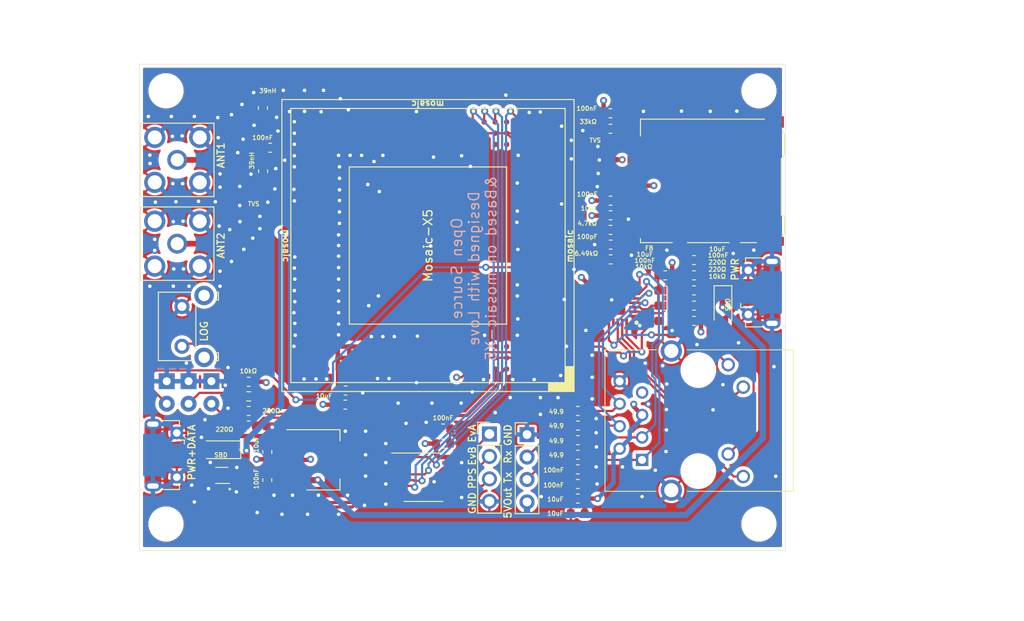
<source format=kicad_pcb>
(kicad_pcb (version 20211014) (generator pcbnew)
  (layers (0 "F.Cu" mixed) (1 "In1.Cu" power) (2 "In2.Cu" power) (31 "B.Cu" mixed) (34 "B.Paste" user) (35 "F.Paste" user) (36 "B.SilkS" user "B.Silkscreen") (37 "F.SilkS" user "F.Silkscreen") (38 "B.Mask" user) (39 "F.Mask" user) (44 "Edge.Cuts" user))
  (net 0 "")
  (net 1 "GND")
  (net 2 "+3.3V")
  (net 3 "/USB_V")
  (net 4 "/GPLED")
  (net 5 "/USB_P")
  (net 6 "/USB_N")
  (net 7 "/ANT1")
  (net 8 "/ANT2")
  (net 9 "+1V8")
  (net 10 "+5V")
  (net 11 "/External_5V")
  (net 12 "/EVENTA_3V3")
  (net 13 "/EVENTB_3V3")
  (net 14 "/PPSO_3V3")
  (net 15 "/PPSO_1V8")
  (net 16 "/EVENTB_1V8")
  (net 17 "/EVENTA_1V8")
  (net 18 "/D-")
  (net 19 "/D+")
  (net 20 "/MosaicTX1")
  (net 21 "/MosaicRX1")
  (net 22 "Net-(C3-Pad1)")
  (net 23 "/REF")
  (net 24 "/2V8")
  (net 25 "/SD_CMD")
  (net 26 "/SD_CLK")
  (net 27 "/SD_DAT0")
  (net 28 "Net-(J8-Pad2)")
  (net 29 "/LOGLED")
  (net 30 "/LOGBUTTON")
  (net 31 "Net-(C10-Pad1)")
  (net 32 "Net-(C13-Pad1)")
  (net 33 "Net-(C14-Pad1)")
  (net 34 "Net-(C16-Pad1)")
  (net 35 "Net-(C17-Pad1)")
  (net 36 "Net-(IC1-Pad4)")
  (net 37 "Net-(IC1-Pad5)")
  (net 38 "Net-(IC1-Pad6)")
  (net 39 "Net-(IC1-Pad7)")
  (net 40 "/RMII_CLK")
  (net 41 "/MDIO")
  (net 42 "/MDC")
  (net 43 "/RMII_RXD1")
  (net 44 "/RMII_RXD0")
  (net 45 "/RMII_CRSDV")
  (net 46 "/RMII_RXER")
  (net 47 "/RMII_TXEN")
  (net 48 "/RMII_TXD0")
  (net 49 "/RMII_TXD1")
  (net 50 "Net-(IC1-Pad28)")
  (net 51 "/LED0")
  (net 52 "/LED1")
  (net 53 "/nRST_LAN")
  (net 54 "Net-(J9-Pad10)")
  (net 55 "Net-(J9-Pad12)")
  (net 56 "Net-(D3-Pad2)")
  (net 57 "Net-(D4-Pad2)")
  (net 58 "Net-(D5-Pad2)")
  (footprint "Capacitor_SMD:C_0603_1608Metric" (layer "F.Cu") (at 134.9375 69.0245 -90)
    (fp_text reference "C1" hide)
    (fp_text value "100nF" hide)
  )
  (footprint "Resistor_SMD:R_0603_1608Metric" (layer "F.Cu") (at 183.1594 47.5742)
    (fp_text reference "R2" hide)
    (fp_text value "220" hide)
  )
  (footprint "Resistor_SMD:R_0603_1608Metric" (layer "F.Cu") (at 132.842 62.865)
    (fp_text reference "R4" hide)
    (fp_text value "220" hide)
  )
  (footprint "Capacitor_SMD:C_0603_1608Metric" (layer "F.Cu") (at 154.8125 64.897)
    (fp_text reference "C5" hide)
    (fp_text value "100nF" hide)
  )
  (footprint "Capacitor_SMD:C_0603_1608Metric" (layer "F.Cu") (at 134.9375 65.8495 90)
    (fp_text reference "C2" hide)
    (fp_text value "10uF" hide)
  )
  (footprint "Capacitor_SMD:C_0603_1608Metric" (layer "F.Cu") (at 183.1594 44.1452)
    (fp_text reference "C10" hide)
    (fp_text value "1uF" hide)
  )
  (footprint "Capacitor_SMD:C_0603_1608Metric" (layer "F.Cu") (at 183.1594 45.8724)
    (fp_text reference "C12" hide)
    (fp_text value "100nF" hide)
  )
  (footprint "Capacitor_SMD:C_0603_1608Metric" (layer "F.Cu") (at 179.9175 49.3032)
    (fp_text reference "C13" hide)
    (fp_text value "10uF" hide)
  )
  (footprint "Capacitor_SMD:C_0603_1608Metric" (layer "F.Cu") (at 170.0275 69.469)
    (fp_text reference "C14" hide)
    (fp_text value "100nF" hide)
  )
  (footprint "Capacitor_SMD:C_0603_1608Metric" (layer "F.Cu") (at 179.9082 47.5742)
    (fp_text reference "C15" hide)
    (fp_text value "100nF" hide)
  )
  (footprint "Capacitor_SMD:C_0603_1608Metric" (layer "F.Cu") (at 170.0275 67.818)
    (fp_text reference "C16" hide)
    (fp_text value "100nF" hide)
  )
  (footprint "Inductor_SMD:L_0603_1608Metric" (layer "F.Cu") (at 179.9082 45.8724 180)
    (fp_text reference "FB1" hide)
    (fp_text value "Ferrite_Bead_Small" hide)
  )
  (footprint "SamacSys_Parts:J1B1211CCD" (layer "F.Cu") (at 183.75 62.3 90)
    (fp_text reference "J9" hide)
    (fp_text value "J1B1211CCD" hide)
  )
  (footprint "Resistor_SMD:R_0603_1608Metric" (layer "F.Cu") (at 170.0275 66.167)
    (fp_text reference "R10" hide)
    (fp_text value "49.9" hide)
  )
  (footprint "Resistor_SMD:R_0603_1608Metric" (layer "F.Cu") (at 183.1594 51.0274)
    (fp_text reference "R14" hide)
    (fp_text value "10K" hide)
  )
  (footprint "Resistor_SMD:R_0402_1005Metric" (layer "F.Cu") (at 173.869 32.7935)
    (fp_text reference "D13" hide)
    (fp_text value "D_TVS" hide)
  )
  (footprint "Resistor_SMD:R_0402_1005Metric" (layer "F.Cu") (at 173.869 35.7935)
    (fp_text reference "D12" hide)
    (fp_text value "D_TVS" hide)
  )
  (footprint "Resistor_SMD:R_0402_1005Metric" (layer "F.Cu") (at 173.884 34.2935)
    (fp_text reference "D11" hide)
    (fp_text value "D_TVS" hide)
  )
  (footprint "Resistor_SMD:R_0402_1005Metric" (layer "F.Cu") (at 173.869 31.2935)
    (fp_text reference "D10" hide)
    (fp_text value "D_TVS" hide)
  )
  (footprint "Connector_PinHeader_2.54mm:PinHeader_1x04_P2.54mm_Vertical" (layer "F.Cu") (at 160.0455 63.8175)
    (fp_text reference "J5" hide)
    (fp_text value "Conn_01x04_Male" hide)
  )
  (footprint "Package_DFN_QFN:ST_UQFN-6L_1.5x1.7mm_Pitch0.5mm" (layer "F.Cu") (at 129.8 68.5 180)
    (fp_text reference "FL1" hide)
    (fp_text value "ECMF02-2AMX6" hide)
  )
  (footprint "Button_Switch_THT:SW_Tactile_SKHH_Angled" (layer "F.Cu") (at 125.3 53.9 90)
    (fp_text reference "SW1" hide)
    (fp_text value "SW_Push" hide)
  )
  (footprint "Inductor_SMD:L_0603_1608Metric" (layer "F.Cu") (at 134.45 26.9375 -90)
    (fp_text reference "L1" hide)
    (fp_text value "39nH" hide)
  )
  (footprint "Inductor_SMD:L_0603_1608Metric" (layer "F.Cu") (at 134.47 34.0925 -90)
    (fp_text reference "L2" hide)
    (fp_text value "39nH" hide)
  )
  (footprint "Capacitor_SMD:C_0603_1608Metric" (layer "F.Cu") (at 135.2675 31.44)
    (fp_text reference "C3" hide)
    (fp_text value "100nF" hide)
  )
  (footprint "Resistor_SMD:R_0402_1005Metric" (layer "F.Cu") (at 133.385 36.75 180)
    (fp_text reference "D9" hide)
    (fp_text value "D_TVS" hide)
  )
  (footprint "Capacitor_SMD:C_0603_1608Metric" (layer "F.Cu") (at 143.7875 58.9)
    (fp_text reference "C6" hide)
    (fp_text value "10uF" hide)
  )
  (footprint "Capacitor_SMD:C_0603_1608Metric" (layer "F.Cu") (at 143.75 60.5)
    (fp_text reference "C7" hide)
    (fp_text value "un-assembled")
  )
  (footprint "Diode_SMD:D_SOD-123" (layer "F.Cu") (at 129.7 65.6 180)
    (fp_text reference "D1" hide)
    (fp_text value "MBRX120LF-TP" hide)
  )
  (footprint "mosaicHAT:mosaic_X5" (layer "F.Cu") (at 153.1 42.5 -90)
    (fp_text reference "U1" hide)
    (fp_text value "mosaic-X5")
  )
  (footprint "Connector_USB:USB_Micro-B_Molex-105017-0001" (layer "F.Cu") (at 190.754 47.8 90)
    (fp_text reference "J10" hide)
    (fp_text value "USB_B_Micro" hide)
  )
  (footprint "Package_TO_SOT_SMD:SOT-223" (layer "F.Cu") (at 141.249 66.7385)
    (fp_text reference "U2" hide)
    (fp_text value "LD1117AS33TR" hide)
  )
  (footprint "Package_SO:TSSOP-16_4.4x5mm_P0.65mm" (layer "F.Cu") (at 152.5905 68.707)
    (fp_text reference "U3" hide)
    (fp_text value "SN74AVC4T245PW" hide)
  )
  (footprint "Capacitor_SMD:C_0603_1608Metric" (layer "F.Cu") (at 154.8125 63.2)
    (fp_text reference "C4" hide)
    (fp_text value "100nF" hide)
  )
  (footprint "SamacSys_Parts:QFN50P500X500X90-33N-D" (layer "F.Cu") (at 173.7995 48.731 180)
    (fp_text reference "IC1" hide)
    (fp_text value "KSZ8041NLI-TR" hide)
  )
  (footprint "Capacitor_SMD:C_0603_1608Metric" (layer "F.Cu") (at 170.0275 71.12 180)
    (fp_text reference "C9" hide)
    (fp_text value "10uF" hide)
  )
  (footprint "Capacitor_SMD:C_0603_1608Metric" (layer "F.Cu") (at 170.0275 72.771 180)
    (fp_text reference "C11" hide)
    (fp_text value "10uF" hide)
  )
  (footprint "Resistor_SMD:R_0603_1608Metric" (layer "F.Cu") (at 170.0275 61.214)
    (fp_text reference "R3" hide)
    (fp_text value "49.9" hide)
  )
  (footprint "Resistor_SMD:R_0603_1608Metric" (layer "F.Cu") (at 170.053 62.865)
    (fp_text reference "R8" hide)
    (fp_text value "49.9" hide)
  )
  (footprint "Resistor_SMD:R_0603_1608Metric" (layer "F.Cu") (at 170.0275 64.516)
    (fp_text reference "R9" hide)
    (fp_text value "49.9" hide)
  )
  (footprint "Capacitor_SMD:C_0603_1608Metric" (layer "F.Cu") (at 173.7315 37.4285)
    (fp_text reference "C19" hide)
    (fp_text value "100nF" hide)
  )
  (footprint "Capacitor_SMD:C_0603_1608Metric" (layer "F.Cu") (at 173.743 42.3997 180)
    (fp_text reference "C17" hide)
    (fp_text value "100pF" hide)
  )
  (footprint "Capacitor_SMD:C_0603_1608Metric" (layer "F.Cu") (at 173.7315 39.0795)
    (fp_text reference "C18" hide)
    (fp_text value "10uF" hide)
  )
  (footprint "Resistor_SMD:R_0603_1608Metric" (layer "F.Cu") (at 173.7315 40.7305)
    (fp_text reference "R13" hide)
    (fp_text value "4.7K" hide)
  )
  (footprint "Resistor_SMD:R_0603_1608Metric" (layer "F.Cu") (at 173.7455 44.069)
    (fp_text reference "R12" hide)
    (fp_text value "6.49K" hide)
  )
  (footprint "Connector_USB:USB_Micro-B_Molex-105017-0001" (layer "F.Cu") (at 123.2535 66.2 -90)
    (fp_text reference "J3" hide)
    (fp_text value "USB_B_Micro" hide)
  )
  (footprint "Resistor_SMD:R_0603_1608Metric" (layer "F.Cu") (at 132.842 57.912 180)
    (fp_text reference "R7" hide)
    (fp_text value "10K" hide)
  )
  (footprint "Resistor_SMD:R_0603_1608Metric" (layer "F.Cu") (at 132.842 61.214)
    (fp_text reference "R5" hide)
    (fp_text value "220" hide)
  )
  (footprint "Connector_Card:microSD_HC_Hirose_DM3AT-SF-PEJM5" (layer "F.Cu") (at 185 35.2 90)
    (fp_text reference "J8" hide)
    (fp_text value "Micro_SD_Card_Det_Hirose_DM3AT" hide)
  )
  (footprint "Diode_SMD:D_SOD-123" (layer "F.Cu") (at 186.436 49.3 -90)
    (fp_text reference "D2" hide)
    (fp_text value "MBRX120LF-TP" hide)
  )
  (footprint "Resistor_SMD:R_0603_1608Metric" (layer "F.Cu") (at 179.925 51.0274 180)
    (fp_text reference "R11" hide)
    (fp_text value "10K" hide)
  )
  (footprint "Resistor_SMD:R_0603_1608Metric" (layer "F.Cu") (at 183.1594 49.3014)
    (fp_text reference "R1" hide)
    (fp_text value "220" hide)
  )
  (footprint "Resistor_SMD:R_0603_1608Metric" (layer "F.Cu") (at 173.719 29.2935 180)
    (fp_text reference "R6" hide)
    (fp_text value "33K" hide)
  )
  (footprint "Capacitor_SMD:C_0603_1608Metric" (layer "F.Cu") (at 173.719 27.5435)
    (fp_text reference "C8" hide)
    (fp_text value "100nF" hide)
  )
  (footprint "mosaicHAT:SMA_Amphenol_132203-12_Horizontal_mod" (layer "F.Cu") (at 124.769 32.814 90)
    (fp_text reference "J1" hide)
    (fp_text value "Conn_Coaxial" hide)
  )
  (footprint "mosaicHAT:SMA_Amphenol_132203-12_Horizontal_mod" (layer "F.Cu") (at 124.76 42.29 90)
    (fp_text reference "J2" hide)
    (fp_text value "Conn_Coaxial" hide)
  )
  (footprint "MountingHole:MountingHole_3.2mm_M3" (layer "F.Cu") (at 123.5 74)
    (fp_text reference "REF**" hide)
    (fp_text value "MountingHole_3.2mm_M3" hide)
  )
  (footprint "LED_THT:LED_D1.8mm_W1.8mm_H2.4mm_Horizontal_O6.35mm_Z8.2mm" (layer "F.Cu") (at 128.625 57.85 -90)
    (fp_text reference "D5" hide)
    (fp_text value "LED" hide)
  )
  (footprint "MountingHole:MountingHole_3.2mm_M3" (layer "F.Cu") (at 190.5 25)
    (fp_text reference "REF**" hide)
    (fp_text value "MountingHole_3.2mm_M3" hide)
  )
  (footprint "MountingHole:MountingHole_3.2mm_M3" (layer "F.Cu") (at 190.5 74)
    (fp_text reference "REF**" hide)
    (fp_text value "MountingHole_3.2mm_M3" hide)
  )
  (footprint "LED_THT:LED_D1.8mm_W1.8mm_H2.4mm_Horizontal_O3.81mm_Z4.9mm" (layer "F.Cu") (at 126.05 57.85 -90)
    (fp_text reference "D4" hide)
    (fp_text value "LED" hide)
  )
  (footprint "Resistor_SMD:R_0603_1608Metric" (layer "F.Cu") (at 132.842 59.563)
    (fp_text reference "R15" hide)
    (fp_text value "220" hide)
  )
  (footprint "Connector_PinHeader_2.54mm:PinHeader_1x04_P2.54mm_Vertical" (layer "F.Cu") (at 164.2937 63.881)
    (fp_text reference "J4" hide)
    (fp_text value "Conn_01x04_Male")
  )
  (footprint "LED_THT:LED_D1.8mm_W1.8mm_H2.4mm_Horizontal_O1.27mm_Z1.6mm" (layer "F.Cu") (at 123.575 57.85 -90)
    (fp_text reference "D3" hide)
    (fp_text value "LED" hide)
  )
  (footprint "MountingHole:MountingHole_3.2mm_M3" (layer "F.Cu") (at 123.5 25)
    (fp_text reference "REF**" hide)
    (fp_text value "MountingHole_3.2mm_M3" hide)
  )
  (gr_circle (center 130.7 70.05) (end 130.7 69.95) (layer "F.SilkS") (width 0.12) (fill none))
  (gr_poly (pts (xy 167.54 58.98) (xy 166.72 58.98) (xy 166.72 58.05) (xy 167.54 58.05)) (layer "F.SilkS") (width 0.1) (fill solid))
  (gr_poly (pts (xy 169.61 56.5) (xy 168.6 56.5) (xy 168.6 56.19) (xy 169.61 56.19)) (layer "F.SilkS") (width 0.1) (fill solid))
  (gr_poly (pts (xy 169.6 58.97) (xy 168.59 58.97) (xy 168.59 56.44) (xy 169.6 56.44)) (layer "F.SilkS") (width 0.1) (fill solid))
  (gr_poly (pts (xy 168.91 58.96) (xy 167.05 58.96) (xy 167.05 58.01) (xy 168.91 58.01)) (layer "F.SilkS") (width 0.1) (fill solid))
  (gr_line (start 193.5 22) (end 120.5 22) (layer "Edge.Cuts") (width 0.05))
  (gr_line (start 120.5 22) (end 120.5 77) (layer "Edge.Cuts") (width 0.05))
  (gr_line (start 120.5 77) (end 121.5 77) (layer "Edge.Cuts") (width 0.05))
  (gr_line (start 121.5 77) (end 193.5 77) (layer "Edge.Cuts") (width 0.05))
  (gr_line (start 193.5 77) (end 193.5 22) (layer "Edge.Cuts") (width 0.05))
  (gr_text "Open Source\nDesigned with Love\n&Based on mosaic-X5" (at 158.3 45.1 90) (layer "B.SilkS") (effects (font (size 1.2 1.2)) (justify mirror)))
  (gr_text "EvA" (at 158.1 63.754 90) (layer "F.SilkS") (effects (font (size 0.8 0.8))))
  (gr_text "EvB" (at 158.1 66.294 90) (layer "F.SilkS") (effects (font (size 0.8 0.8))))
  (gr_text "PPS" (at 158.1 68.834 90) (layer "F.SilkS") (effects (font (size 0.8 0.8))))
  (gr_text "mosaic" (at 137.08 42.52 270) (layer "F.SilkS") (effects (font (size 0.7 0.7))))
  (gr_text "TVS" (at 133.4 37.8) (layer "F.SilkS") (effects (font (size 0.5 0.5) (thickness 0.1))))
  (gr_text "39nH" (at 135 25) (layer "F.SilkS") (effects (font (size 0.5 0.5) (thickness 0.1))))
  (gr_text "100nF" (at 134.4 30.3) (layer "F.SilkS") (effects (font (size 0.5 0.5) (thickness 0.1))))
  (gr_text "SBD" (at 129.7 66.2) (layer "F.SilkS") (effects (font (size 0.5 0.5) (thickness 0.1))))
  (gr_text "mosaic" (at 169.11 42.56 90) (layer "F.SilkS") (effects (font (size 0.7 0.7))))
  (gr_text "39nH" (at 133.2 32.9 90) (layer "F.SilkS") (effects (font (size 0.5 0.5) (thickness 0.1))))
  (gr_text "100nF" (at 171.05 27) (layer "F.SilkS") (effects (font (size 0.5 0.5) (thickness 0.1))))
  (gr_text "TVS" (at 172 30.6) (layer "F.SilkS") (effects (font (size 0.5 0.5) (thickness 0.1))))
  (gr_text "mosaic" (at 153.07 26.49 180) (layer "F.SilkS") (effects (font (size 0.7 0.7))))
  (gr_text "33kΩ" (at 171.2 28.496) (layer "F.SilkS") (effects (font (size 0.5 0.5) (thickness 0.1))))
  (gr_text "10uF" (at 141.351 59.524) (layer "F.SilkS") (effects (font (size 0.5 0.5) (thickness 0.1))))
  (gr_text "GND" (at 158.1 71.628 90) (layer "F.SilkS") (effects (font (size 0.8 0.8))))
  (gr_text "GND" (at 162.1347 63.9445 90) (layer "F.SilkS") (effects (font (size 0.8 0.8))))
  (gr_text "Rx" (at 162.1347 66.421 90) (layer "F.SilkS") (effects (font (size 0.8 0.8))))
  (gr_text "Tx" (at 162.1347 68.75 90) (layer "F.SilkS") (effects (font (size 0.8 0.8))))
  (gr_text "ANT1" (at 129.7 32.3 90) (layer "F.SilkS") (effects (font (size 0.8 0.8))))
  (gr_text "ANT2" (at 129.7 42.5 90) (layer "F.SilkS") (effects (font (size 0.8 0.8))))
  (gr_text "SBD" (at 187 49.2 90) (layer "F.SilkS") (effects (font (size 0.5 0.5) (thickness 0.1))))
  (gr_text "10kΩ" (at 132.8 56.7) (layer "F.SilkS") (effects (font (size 0.5 0.5) (thickness 0.1))))
  (gr_text "220Ω" (at 135.4 61.2) (layer "F.SilkS") (effects (font (size 0.5 0.5) (thickness 0.1))))
  (gr_text "220Ω" (at 130.1 63.3) (layer "F.SilkS") (effects (font (size 0.5 0.5) (thickness 0.1))))
  (gr_text "10uF" (at 133.7 65 90) (layer "F.SilkS") (effects (font (size 0.5 0.5) (thickness 0.1))))
  (gr_text "100nF" (at 133.7 68.9 90) (layer "F.SilkS") (effects (font (size 0.5 0.5) (thickness 0.1))))
  (gr_text "100nF" (at 154.8 62) (layer "F.SilkS") (effects (font (size 0.5 0.5) (thickness 0.1))))
  (gr_text "49.9" (at 167.6 61.3) (layer "F.SilkS") (effects (font (size 0.5 0.5) (thickness 0.1))))
  (gr_text "49.9" (at 167.6 62.9) (layer "F.SilkS") (effects (font (size 0.5 0.5) (thickness 0.1))))
  (gr_text "49.9" (at 167.6 64.6) (layer "F.SilkS") (effects (font (size 0.5 0.5) (thickness 0.1))))
  (gr_text "49.9" (at 167.6 66.2) (layer "F.SilkS") (effects (font (size 0.5 0.5) (thickness 0.1))))
  (gr_text "100nF" (at 167.3 67.9) (layer "F.SilkS") (effects (font (size 0.5 0.5) (thickness 0.1))))
  (gr_text "100nF" (at 167.3 69.6) (layer "F.SilkS") (effects (font (size 0.5 0.5) (thickness 0.1))))
  (gr_text "10uF" (at 167.5 71.2) (layer "F.SilkS") (effects (font (size 0.5 0.5) (thickness 0.1))))
  (gr_text "10uF" (at 167.5 72.8) (layer "F.SilkS") (effects (font (size 0.5 0.5) (thickness 0.1))))
  (gr_text "100nF" (at 171.1 36.7) (layer "F.SilkS") (effects (font (size 0.5 0.5) (thickness 0.1))))
  (gr_text "10uF" (at 171.3 38.3) (layer "F.SilkS") (effects (font (size 0.5 0.5) (thickness 0.1))))
  (gr_text "4.7kΩ" (at 171.1 40) (layer "F.SilkS") (effects (font (size 0.5 0.5) (thickness 0.1))))
  (gr_text "100pF" (at 171.1 41.5) (layer "F.SilkS") (effects (font (size 0.5 0.5) (thickness 0.1))))
  (gr_text "6.49kΩ" (at 171 43.4) (layer "F.SilkS") (effects (font (size 0.5 0.5) (thickness 0.1))))
  (gr_text "FB" (at 178.1 42.8) (layer "F.SilkS") (effects (font (size 0.5 0.5) (thickness 0.1))))
  (gr_text "10uF" (at 185.8 42.9) (layer "F.SilkS") (effects (font (size 0.5 0.5) (thickness 0.1))))
  (gr_text "100nF" (at 185.9 43.6) (layer "F.SilkS") (effects (font (size 0.5 0.5) (thickness 0.1))))
  (gr_text "220Ω" (at 185.8 44.4) (layer "F.SilkS") (effects (font (size 0.5 0.5) (thickness 0.1))))
  (gr_text "10kΩ" (at 177.5 44.9) (layer "F.SilkS") (effects (font (size 0.5 0.5) (thickness 0.1))))
  (gr_text "10uF" (at 177.6 43.5) (layer "F.SilkS") (effects (font (size 0.5 0.5) (thickness 0.1))))
  (gr_text "100nF" (at 177.6 44.2) (layer "F.SilkS") (effects (font (size 0.5 0.5) (thickness 0.1))))
  (gr_text "220Ω" (at 185.8 45.2) (layer "F.SilkS") (effects (font (size 0.5 0.5) (thickness 0.1))))
  (gr_text "10kΩ" (at 185.8 46) (layer "F.SilkS") (effects (font (size 0.5 0.5) (thickness 0.1))))
  (gr_text "LOG" (at 127.8 52.2 90) (layer "F.SilkS") (effects (font (size 0.8 0.8))))
  (gr_text "PWR+DATA" (at 126.4 65.9 90) (layer "F.SilkS") (effects (font (size 0.8 0.8))))
  (gr_text "PWR" (at 187.8 45.2 90) (layer "F.SilkS") (effects (font (size 0.8 0.8))))
  (gr_text "5VOut" (at 162.125 71.625 90) (layer "F.SilkS") (effects (font (size 0.8 0.8))))
  (segment (start 140.37 28.53) (end 140.37 27.645) (width 0.25) (layer "F.Cu") (net 1))
  (segment (start 149.29 31.07) (end 149.29 32.615) (width 0.25) (layer "F.Cu") (net 1))
  (segment (start 137.95 53.9) (end 139.1 53.9) (width 0.25) (layer "F.Cu") (net 1))
  (segment (start 140.45 57.6) (end 140.45 56.52) (width 0.25) (layer "F.Cu") (net 1))
  (segment (start 145.45 58.9) (end 145.725 59.175) (width 0.25) (layer "F.Cu") (net 1))
  (segment (start 145.725 60.225) (end 145.6 60.35) (width 0.25) (layer "F.Cu") (net 1))
  (segment (start 139.13 28.53) (end 138.03 28.53) (width 0.25) (layer "F.Cu") (net 1))
  (segment (start 147.9 57.55) (end 147.4 57.55) (width 0.25) (layer "F.Cu") (net 1))
  (segment (start 149.3 53.92) (end 149.29 53.93) (width 0.25) (layer "F.Cu") (net 1))
  (segment (start 142.95 48.85) (end 143 48.8) (width 0.25) (layer "F.Cu") (net 1))
  (segment (start 148 52.8) (end 148 53.92) (width 0.25) (layer "F.Cu") (net 1))
  (segment (start 139.13 48.85) (end 138.05 48.85) (width 0.25) (layer "F.Cu") (net 1))
  (segment (start 138.03 28.53) (end 138 28.5) (width 0.25) (layer "F.Cu") (net 1))
  (segment (start 139.1 53.9) (end 139.13 53.93) (width 0.25) (layer "F.Cu") (net 1))
  (segment (start 165.8 39.96) (end 167.07 39.96) (width 0.25) (layer "F.Cu") (net 1))
  (segment (start 164.53 39.96) (end 165.8 39.96) (width 0.25) (layer "F.Cu") (net 1))
  (segment (start 145.725 59.175) (end 145.725 60.225) (width 0.25) (layer "F.Cu") (net 1))
  (segment (start 164.166634 44.414999) (end 163.25866 43.507025) (width 0.25) (layer "F.Cu") (net 1))
  (segment (start 144.21 28.53) (end 145.45 28.53) (width 0.25) (layer "F.Cu") (net 1))
  (segment (start 149.29 56.96) (end 148.7 57.55) (width 0.25) (layer "F.Cu") (net 1))
  (segment (start 146.75 56.47) (end 146.75 56.9) (width 0.25) (layer "F.Cu") (net 1))
  (segment (start 148 53.92) (end 147.99 53.93) (width 0.25) (layer "F.Cu") (net 1))
  (segment (start 141.67 31.07) (end 141.67 52.66) (width 0.25) (layer "F.Cu") (net 1))
  (segment (start 144.575 58.9) (end 145.45 58.9) (width 0.25) (layer "F.Cu") (net 1))
  (segment (start 141.67 56.47) (end 141.67 57.58) (width 0.25) (layer "F.Cu") (net 1))
  (segment (start 148.02 56.47) (end 148.02 57.43) (width 0.25) (layer "F.Cu") (net 1))
  (segment (start 165.174999 44.414999) (end 164.166634 44.414999) (width 0.25) (layer "F.Cu") (net 1))
  (segment (start 149.29 56.47) (end 149.29 56.96) (width 0.25) (layer "F.Cu") (net 1))
  (segment (start 141.67 48.85) (end 142.95 48.85) (width 0.25) (layer "F.Cu") (net 1))
  (segment (start 145.6 60.35) (end 144.4875 60.35) (width 0.25) (layer "F.Cu") (net 1))
  (segment (start 149.29 28.53) (end 149.29 27.54) (width 0.25) (layer "F.Cu") (net 1))
  (segment (start 146.75 56.9) (end 147.4 57.55) (width 0.25) (layer "F.Cu") (net 1))
  (segment (start 139.13 28.53) (end 141.67 28.53) (width 0.25) (layer "F.Cu") (net 1))
  (segment (start 148.02 31.07) (end 148.02 32.28) (width 0.25) (layer "F.Cu") (net 1))
  (segment (start 163.26 56.47) (end 164.53 56.47) (width 0.25) (layer "F.Cu") (net 1))
  (segment (start 148.02 57.43) (end 147.9 57.55) (width 0.25) (layer "F.Cu") (net 1))
  (segment (start 146.7 53.88) (end 146.75 53.93) (width 0.25) (layer "F.Cu") (net 1))
  (segment (start 141.67 28.53) (end 141.67 28.02) (width 0.25) (layer "F.Cu") (net 1))
  (segment (start 139.13 37.42) (end 139.13 36.15) (width 0.25) (layer "F.Cu") (net 1))
  (segment (start 141.67 28.02) (end 141.025 27.375) (width 0.25) (layer "F.Cu") (net 1))
  (segment (start 146.7 52.8) (end 146.7 53.88) (width 0.25) (layer "F.Cu") (net 1))
  (segment (start 165.8 45.04) (end 165.174999 44.414999) (width 0.25) (layer "F.Cu") (net 1))
  (segment (start 163.25866 43.507025) (end 163.25866 42.94134) (width 0.25) (layer "F.Cu") (net 1))
  (segment (start 145.45 28.53) (end 145.45 27.575) (width 0.25) (layer "F.Cu") (net 1))
  (segment (start 139.1 57.6) (end 139.1 56.5) (width 0.25) (layer "F.Cu") (net 1))
  (segment (start 149.3 52.8) (end 149.3 53.92) (width 0.25) (layer "F.Cu") (net 1))
  (segment (start 139.1 56.5) (end 139.13 56.47) (width 0.25) (layer "F.Cu") (net 1))
  (segment (start 141.67 57.58) (end 141.65 57.6) (width 0.25) (layer "F.Cu") (net 1))
  (segment (start 150.56 31.07) (end 150.56 32.36) (width 0.25) (layer "F.Cu") (net 1))
  (segment (start 140.45 56.52) (end 140.4 56.47) (width 0.25) (layer "F.Cu") (net 1))
  (segment (start 140.4 34.88) (end 143.08 34.88) (width 0.25) (layer "F.Cu") (net 1))
  (segment (start 142.94 31.07) (end 142.94 32.24) (width 0.25) (layer "F.Cu") (net 1))
  (segment (start 156.995001 32.254999) (end 156.9 32.35) (width 0.25) (layer "F.Cu") (net 1))
  (segment (start 141.67 31.07) (end 142.94 31.07) (width 0.25) (layer "F.Cu") (net 1))
  (segment (start 146.75 29.8) (end 146.75 31.07) (width 0.25) (layer "F.Cu") (net 1))
  (segment (start 151.204999 53.445001) (end 151.9 52.75) (width 0.25) (layer "F.Cu") (net 1))
  (segment (start 144.21 29.8) (end 144.21 31.07) (width 0.25) (layer "F.Cu") (net 1))
  (segment (start 146.75 31.07) (end 151.83 31.07) (width 0.25) (layer "F.Cu") (net 1))
  (segment (start 138.01 32.34) (end 138 32.35) (width 0.25) (layer "F.Cu") (net 1))
  (segment (start 139.15 27.25) (end 139.15 33.59) (width 0.25) (layer "F.Cu") (net 1))
  (segment (start 165.174999 48.224999) (end 163.224999 48.224999) (width 0.25) (layer "F.Cu") (net 1))
  (segment (start 138 29.8) (end 141.67 29.8) (width 0.25) (layer "F.Cu") (net 1))
  (segment (start 151.83 28.53) (end 151.83 29.8) (width 0.25) (layer "F.Cu") (net 1))
  (segment (start 142.91 29.8) (end 142.91 31.04) (width 0.25) (layer "F.Cu") (net 1))
  (segment (start 142.94 32.24) (end 143 32.3) (width 0.25) (layer "F.Cu") (net 1))
  (segment (start 163.15 39.9) (end 164.47 39.9) (width 0.25) (layer "F.Cu") (net 1))
  (segment (start 153.11 32.35) (end 156.9 32.35) (width 0.25) (layer "F.Cu") (net 1))
  (segment (start 151.83 55.2) (end 151.204999 54.574999) (width 0.25) (layer "F.Cu") (net 1))
  (segment (start 140.4 50.12) (end 140.4 52.66) (width 0.25) (layer "F.Cu") (net 1))
  (segment (start 139.13 33.61) (end 138.01 33.61) (width 0.25) (layer "F.Cu") (net 1))
  (segment (start 139.13 32.34) (end 138.01 32.34) (width 0.25) (layer "F.Cu") (net 1))
  (segment (start 157.554999 32.254999) (end 156.995001 32.254999) (width 0.25) (layer "F.Cu") (net 1))
  (segment (start 145.45 31.04) (end 145.48 31.07) (width 0.25) (layer "F.Cu") (net 1))
  (segment (start 147 33) (end 147 31.32) (width 0.25) (layer "F.Cu") (net 1))
  (segment (start 151.8 28.5) (end 151.83 28.53) (width 0.25) (layer "F.Cu") (net 1))
  (segment (start 146.75 31.07) (end 145.48 31.07) (width 0.25) (layer "F.Cu") (net 1))
  (segment (start 142.94 31.07) (end 144.21 31.07) (width 0.25) (layer "F.Cu") (net 1))
  (segment (start 150.53 29.8) (end 150.53 31.04) (width 0.25) (layer "F.Cu") (net 1))
  (segment (start 151.83 31.07) (end 153.11 32.35) (width 0.25) (layer "F.Cu") (net 1))
  (segment (start 144.21 28.53) (end 144.21 27.26) (width 0.25) (layer "F.Cu") (net 1))
  (segment (start 138.02 31.07) (end 138 31.05) (width 0.25) (layer "F.Cu") (net 1))
  (segment (start 149.29 29.8) (end 149.29 31.07) (width 0.25) (layer "F.Cu") (net 1))
  (segment (start 165.8 48.85) (end 165.174999 48.224999) (width 0.25) (layer "F.Cu") (net 1))
  (segment (start 151.83 29.8) (end 151.83 31.07) (width 0.25) (layer "F.Cu") (net 1))
  (segment (start 144.21 31.07) (end 145.48 31.07) (width 0.25) (layer "F.Cu") (net 1))
  (segment (start 144.21 27.26) (end 144.1 27.15) (width 0.25) (layer "F.Cu") (net 1))
  (segment (start 143.08 34.88) (end 143.1 34.9) (width 0.25) (layer "F.Cu") (net 1))
  (segment (start 139.13 52.66) (end 139.13 43.77) (width 0.25) (layer "F.Cu") (net 1))
  (segment (start 140.37 28.53) (end 140.37 47.55) (width 0.25) (layer "F.Cu") (net 1))
  (segment (start 139.13 52.66) (end 139.13 53.93) (width 0.25) (layer "F.Cu") (net 1))
  (segment (start 138.01 33.61) (end 138 33.6) (width 0.25) (layer "F.Cu") (net 1))
  (segment (start 141.67 31.07) (end 138.02 31.07) (width 0.25) (layer "F.Cu") (net 1))
  (segment (start 164.47 39.9) (end 164.53 39.96) (width 0.25) (layer "F.Cu") (net 1))
  (segment (start 150.53 31.04) (end 150.56 31.07) (width 0.25) (layer "F.Cu") (net 1))
  (segment (start 147.99 29.8) (end 147.99 31.04) (width 0.25) (layer "F.Cu") (net 1))
  (segment (start 163.224999 48.224999) (end 163.2 48.2) (width 0.25) (layer "F.Cu") (net 1))
  (segment (start 144.3 32.3) (end 144.3 31.16) (width 0.25) (layer "F.Cu") (net 1))
  (segment (start 147 31.32) (end 146.75 31.07) (width 0.25) (layer "F.Cu") (net 1))
  (segment (start 147.99 31.04) (end 148.02 31.07) (width 0.25) (layer "F.Cu") (net 1))
  (segment (start 144.3 31.16) (end 144.21 31.07) (width 0.25) (layer "F.Cu") (net 1))
  (segment (start 145.45 29.8) (end 145.45 31.04) (width 0.25) (layer "F.Cu") (net 1))
  (segment (start 141.67 31.07) (end 141.67 28.53) (width 0.25) (layer "F.Cu") (net 1))
  (segment (start 145.6 32.3) (end 145.6 31.19) (width 0.25) (layer "F.Cu") (net 1))
  (segment (start 164.53 38.69) (end 164.53 39.96) (width 0.25) (layer "F.Cu") (net 1))
  (segment (start 151.8 27.35) (end 151.8 28.5) (width 0.25) (layer "F.Cu") (net 1))
  (segment (start 145.6 31.19) (end 145.48 31.07) (width 0.25) (layer "F.Cu") (net 1))
  (segment (start 151.204999 54.574999) (end 151.204999 53.445001) (width 0.25) (layer "F.Cu") (net 1))
  (segment (start 142.91 31.04) (end 142.94 31.07) (width 0.25) (layer "F.Cu") (net 1))
  (segment (start 140.37 47.55) (end 140.4 47.58) (width 0.25) (layer "F.Cu") (net 1))
  (segment (start 139.15 33.59) (end 139.13 33.61) (width 0.25) (layer "F.Cu") (net 1))
  (segment (start 140.41 38.7) (end 140.4 38.69) (width 0.25) (layer "F.Cu") (net 1))
  (segment (start 145.45 29.8) (end 145.45 28.53) (width 0.25) (layer "F.Cu") (net 1))
  (segment (start 144.21 28.99) (end 144.21 28.53) (width 0.25) (layer "F.Cu") (net 1))
  (segment (start 138 37.45) (end 143.05 37.45) (width 0.25) (layer "F.Cu") (net 1))
  (segment (start 138.05 51.3) (end 142.9 51.3) (width 0.25) (layer "F.Cu") (net 1))
  (segment (start 138.05 43.8) (end 142.9 43.8) (width 0.25) (layer "F.Cu") (net 1))
  (segment (start 140.44 40) (end 140.4 39.96) (width 0.25) (layer "F.Cu") (net 1))
  (segment (start 142.9 43.8) (end 143 43.7) (width 0.25) (layer "F.Cu") (net 1))
  (segment (start 143.1 40) (end 140.44 40) (width 0.25) (layer "F.Cu") (net 1))
  (segment (start 143.1 36.2) (end 138 36.2) (width 0.25) (layer "F.Cu") (net 1))
  (segment (start 143 41.3) (end 140.47 41.3) (width 0.25) (layer "F.Cu") (net 1))
  (segment (start 139.17 32.3) (end 139.13 32.34) (width 0.25) (layer "F.Cu") (net 1))
  (segment (start 141.67 56.47) (end 139.13 56.47) (width 0.25) (layer "F.Cu") (net 1))
  (segment (start 143.1 38.7) (end 140.41 38.7) (width 0.25) (layer "F.Cu") (net 1))
  (segment (start 144.21 29.8) (end 144.21 28.99) (width 0.25) (layer "F.Cu") (net 1))
  (segment (start 146.75 53.93) (end 149.29 53.93) (width 0.25) (layer "F.Cu") (net 1))
  (segment (start 143 52.6) (end 138.15 52.6) (width 0.25) (layer "F.Cu") (net 1))
  (segment (start 143 50.1) (end 137.95 50.1) (width 0.25) (layer "F.Cu") (net 1))
  (segment (start 141.67 55.2) (end 141.67 56.47) (width 0.25) (layer "F.Cu") (net 1))
  (segment (start 146.75 55.2) (end 146.75 53.93) (width 0.25) (layer "F.Cu") (net 1))
  (segment (start 143.1 33.6) (end 139.14 33.6) (width 0.25) (layer "F.Cu") (net 1))
  (segment (start 146.75 55.2) (end 146.75 56.47) (width 0.25) (layer "F.Cu") (net 1))
  (segment (start 146.75 56.47) (end 149.29 56.47) (width 0.25) (layer "F.Cu") (net 1))
  (segment (start 138.15 52.6) (end 138.1 52.65) (width 0.25) (layer "F.Cu") (net 1))
  (segment (start 142.9 51.3) (end 143 51.4) (width 0.25) (layer "F.Cu") (net 1))
  (segment (start 143.05 37.45) (end 143.1 37.4) (width 0.25) (layer "F.Cu") (net 1))
  (segment (start 138 47.6) (end 143 47.6) (width 0.25) (layer "F.Cu") (net 1))
  (segment (start 138.05 46.3) (end 143 46.3) (width 0.25) (layer "F.Cu") (net 1))
  (segment (start 138 45.05) (end 142.95 45.05) (width 0.25) (layer "F.Cu") (net 1))
  (segment (start 142.95 45.05) (end 143 45) (width 0.25) (layer "F.Cu") (net 1))
  (segment (start 140.4 42.5) (end 143 42.5) (width 0.25) (layer "F.Cu") (net 1))
  (segment (start 140.47 41.3) (end 140.4 41.23) (width 0.25) (layer "F.Cu") (net 1))
  (segment (start 139.14 33.6) (end 139.13 33.61) (width 0.25) (layer "F.Cu") (net 1))
  (segment (start 143 32.3) (end 139.17 32.3) (width 0.25) (layer "F.Cu") (net 1))
  (segment (start 149.29 29.8) (end 149.29 28.53) (width 0.25) (layer "F.Cu") (net 1))
  (segment (start 138 36.2) (end 137.95 36.15) (width 0.25) (layer "F.Cu") (net 1))
  (segment (start 165.174999 31.714999) (end 163.885001 31.714999) (width 0.25) (layer "F.Cu") (net 1))
  (segment (start 165.8 52.66) (end 165.8 51.39) (width 0.25) (layer "F.Cu") (net 1))
  (segment (start 163.2 53.9) (end 163.23 53.93) (width 0.25) (layer "F.Cu") (net 1))
  (segment (start 159.45 55.2) (end 163.23 55.2) (width 0.25) (layer "F.Cu") (net 1))
  (segment (start 159.45 56.47) (end 159.45 55.2) (width 0.25) (layer "F.Cu") (net 1))
  (segment (start 159.5 53.88) (end 159.45 53.93) (width 0.25) (layer "F.Cu") (net 1))
  (segment (start 163.26 55.23) (end 163.23 55.2) (width 0.25) (layer "F.Cu") (net 1))
  (segment (start 151.83 29.8) (end 150.53 29.8) (width 0.25) (layer "F.Cu") (net 1))
  (segment (start 140.5 56.57) (end 140.4 56.47) (width 0.25) (layer "F.Cu") (net 1))
  (segment (start 144.21 29.8) (end 141.67 29.8) (width 0.25) (layer "F.Cu") (net 1))
  (segment (start 150.53 29.8) (end 144.21 29.8) (width 0.25) (layer "F.Cu") (net 1))
  (segment (start 165.8 51.39) (end 165.174999 50.764999) (width 0.25) (layer "F.Cu") (net 1))
  (segment (start 139.11 50.1) (end 139.13 50.12) (width 0.25) (layer "F.Cu") (net 1))
  (segment (start 165.77 29.8) (end 158.15 29.8) (width 0.25) (layer "F.Cu") (net 1))
  (segment (start 165.174999 50.764999) (end 163.435001 50.764999) (width 0.25) (layer "F.Cu") (net 1))
  (segment (start 163.435001 50.764999) (end 163.4 50.8) (width 0.25) (layer "F.Cu") (net 1))
  (segment (start 163.26 56.47) (end 163.26 55.23) (width 0.25) (layer "F.Cu") (net 1))
  (segment (start 163.2 52.7) (end 163.2 53.9) (width 0.25) (layer "F.Cu") (net 1))
  (segment (start 141.19 38.69) (end 141.67 38.69) (width 0.25) (layer "F.Cu") (net 1))
  (segment (start 148 56.49) (end 148.02 56.47) (width 0.25) (layer "F.Cu") (net 1))
  (segment (start 157.554999 32.254999) (end 157.554999 30.395001) (width 0.25) (layer "F.Cu") (net 1))
  (segment (start 159.5 52.7) (end 159.5 53.88) (width 0.25) (layer "F.Cu") (net 1))
  (segment (start 157.554999 30.395001) (end 158.15 29.8) (width 0.25) (layer "F.Cu") (net 1))
  (segment (start 165.8 32.34) (end 165.174999 31.714999) (width 0.25) (layer "F.Cu") (net 1))
  (segment (start 163.885001 31.714999) (end 163.3 32.3) (width 0.25) (layer "F.Cu") (net 1))
  (segment (start 131.1 68) (end 131.5 67.6) (width 0.25) (layer "F.Cu") (net 1))
  (segment (start 169.048021 38.648021) (end 169.048021 41.948021) (width 0.25) (layer "F.Cu") (net 1))
  (segment (start 156.224 67.732) (end 156.874 67.082) (width 0.25) (layer "F.Cu") (net 1))
  (segment (start 172.39549 34.2935) (end 172.339 34.34999) (width 0.25) (layer "F.Cu") (net 1))
  (segment (start 164.448 38.608) (end 164.53 38.69) (width 0.25) (layer "F.Cu") (net 1))
  (segment (start 153.797 68.6505) (end 153.797 69.215) (width 0.25) (layer "F.Cu") (net 1))
  (segment (start 171.9326 42.3926) (end 171.9326 43.0436) (width 0.25) (layer "F.Cu") (net 1))
  (segment (start 160.075001 30.425001) (end 160.075001 32.075001) (width 0.25) (layer "F.Cu") (net 1))
  (segment (start 168.2 37.8) (end 169.048021 38.648021) (width 0.25) (layer "F.Cu") (net 1))
  (segment (start 173.384 35.988096) (end 174.519 37.123096) (width 0.25) (layer "F.Cu") (net 1))
  (segment (start 164.53 57.088) (end 165.1 57.658) (width 0.25) (layer "F.Cu") (net 1))
  (segment (start 169.24 71.12) (end 169.24 72.771) (width 0.25) (layer "F.Cu") (net 1))
  (segment (start 124.716 63.7) (end 127 63.7) (width 0.25) (layer "F.Cu") (net 1))
  (segment (start 183.9469 45.8724) (end 183.9469 44.1452) (width 0.25) (layer "F.Cu") (net 1))
  (segment (start 148.474 70.982) (end 149.728 70.982) (width 0.25) (layer "F.Cu") (net 1))
  (segment (start 169.24 71.044) (end 170.815 69.469) (width 0.25) (layer "F.Cu") (net 1))
  (segment (start 169.24 71.12) (end 169.24 71.044) (width 0.25) (layer "F.Cu") (net 1))
  (segment (start 122.016 67.2) (end 122.316 67.5) (width 0.25) (layer "F.Cu") (net 1))
  (segment (start 191.6915 46.5) (end 191.9915 46.8) (width 0.25) (layer "F.Cu") (net 1))
  (segment (start 172.3 31.3) (end 173.3775 31.3) (width 0.25) (layer "F.Cu") (net 1))
  (segment (start 124.316 69.1) (end 124.716 68.7) (width 0.25) (layer "F.Cu") (net 1))
  (segment (start 172.2374 35.7886) (end 173.3791 35.7886) (width 0.25) (layer "F.Cu") (net 1))
  (segment (start 155.6 63.2) (end 155.6 64.897) (width 0.25) (layer "F.Cu") (net 1))
  (segment (start 167.69799 42.836578) (end 169.6 44.738588) (width 0.25) (layer "F.Cu") (net 1))
  (segment (start 148.336 71.755) (end 148.336 71.12) (width 0.25) (layer "F.Cu") (net 1))
  (segment (start 169.048021 41.948021) (end 169.54999 42.44999) (width 0.25) (layer "F.Cu") (net 1))
  (segment (start 155.453 70.982) (end 149.728 70.982) (width 0.25) (layer "F.Cu") (net 1))
  (segment (start 167.07 39.96) (end 167.69799 40.58799) (width 0.25) (layer "F.Cu") (net 1))
  (segment (start 169.54999 42.44999) (end 169.549993 42.547173) (width 0.25) (layer "F.Cu") (net 1))
  (segment (start 127 63.7) (end 127.5 64.2) (width 0.25) (layer "F.Cu") (net 1))
  (segment (start 180.6957 51.0106) (end 180.7125 51.0274) (width 0.25) (layer "F.Cu") (net 1))
  (segment (start 130.45 68) (end 131.1 68) (width 0.25) (layer "F.Cu") (net 1))
  (segment (start 156.874 67.082) (end 155.453 67.082) (width 0.25) (layer "F.Cu") (net 1))
  (segment (start 128.625 57.85) (end 129.75 57.85) (width 0.25) (layer "F.Cu") (net 1))
  (segment (start 180.6957 47.5742) (end 180.6957 51.0106) (width 0.25) (layer "F.Cu") (net 1))
  (segment (start 165.174999 35.524999) (end 163.286999 35.524999) (width 0.25) (layer "F.Cu") (net 1))
  (segment (start 165.8 36.15) (end 165.174999 35.524999) (width 0.25) (layer "F.Cu") (net 1))
  (segment (start 129.75 57.85) (end 130.2 58.3) (width 0.25) (layer "F.Cu") (net 1))
  (segment (start 154.764442 70.982) (end 155.453 70.982) (width 0.25) (layer "F.Cu") (net 1))
  (segment (start 124.316 63.3) (end 124.716 63.7) (width 0.25) (layer "F.Cu") (net 1))
  (segment (start 166.395001 30.425001) (end 169.125001 30.425001) (width 0.25) (layer "F.Cu") (net 1))
  (segment (start 173.3791 35.7886) (end 173.384 35.7935) (width 0.25) (layer "F.Cu") (net 1))
  (segment (start 153.797 69.215) (end 153.797 70.014558) (width 0.25) (layer "F.Cu") (net 1))
  (segment (start 151.204999 55.825001) (end 151.204999 57.413978) (width 0.25) (layer "F.Cu") (net 1))
  (segment (start 189.2915 46.5) (end 191.6915 46.5) (width 0.25) (layer "F.Cu") (net 1))
  (segment (start 162.684999 31.684999) (end 163.3 32.3) (width 0.25) (layer "F.Cu") (net 1))
  (segment (start 151.83 55.2) (end 151.204999 55.825001) (width 0.25) (layer "F.Cu") (net 1))
  (segment (start 162.687 57.658) (end 162.687 57.043) (width 0.25) (layer "F.Cu") (net 1))
  (segment (start 172.9484 42.3926) (end 172.9555 42.3997) (width 0.25) (layer "F.Cu") (net 1))
  (segment (start 148.336 71.12) (end 148.474 70.982) (width 0.25) (layer "F.Cu") (net 1))
  (segment (start 173.348 32.8295) (end 173.384 32.7935) (width 0.25) (layer "F.Cu") (net 1))
  (segment (start 162.615001 31.684999) (end 162.615001 30.425001) (width 0.25) (layer "F.Cu") (net 1))
  (segment (start 159.45 29.8) (end 160.075001 30.425001) (width 0.25) (layer "F.Cu") (net 1))
  (segment (start 154.7155 67.732) (end 153.797 68.6505) (width 0.25) (layer "F.Cu") (net 1))
  (segment (start 189.2915 46.5) (end 189.2915 45.3) (width 0.25) (layer "F.Cu") (net 1))
  (segment (start 122.316 67.5) (end 124.716 67.5) (width 0.25) (layer "F.Cu") (net 1))
  (segment (start 163.195 38.608) (end 164.448 38.608) (width 0.25) (layer "F.Cu") (net 1))
  (segment (start 189.2915 45.3) (end 190.9915 45.3) (width 0.25) (layer "F.Cu") (net 1))
  (segment (start 169.4 52.1) (end 167.8 50.5) (width 0.25) (layer "F.Cu") (net 1))
  (segment (start 173.3775 31.3) (end 173.384 31.2935) (width 0.25) (layer "F.Cu") (net 1))
  (segment (start 170.815 67.818) (end 170.815 69.469) (width 0.25) (layer "F.Cu") (net 1))
  (segment (start 189.2915 50.3) (end 190.9915 50.3) (width 0.25) (layer "F.Cu") (net 1))
  (segment (start 190.9915 50.3) (end 191.9915 51.3) (width 0.25) (layer "F.Cu") (net 1))
  (segment (start 162.615001 31.684999) (end 162.684999 31.684999) (width 0.25) (layer "F.Cu") (net 1))
  (segment (start 151.204999 57.413978) (end 151.8 58.008979) (width 0.25) (layer "F.Cu") (net 1))
  (segment (start 173.384 35.7935) (end 173.384 35.988096) (width 0.25) (layer "F.Cu") (net 1))
  (segment (start 167.69799 40.58799) (end 167.69799 42.836578) (width 0.25) (layer "F.Cu") (net 1))
  (segment (start 191.9915 44.9) (end 191.9915 44.3) (width 0.25) (layer "F.Cu") (net 1))
  (segment (start 162.224999 32.075001) (end 162.615001 31.684999) (width 0.25) (layer "F.Cu") (net 1))
  (segment (start 165.77 29.8) (end 166.395001 30.425001) (width 0.25) (layer "F.Cu") (net 1))
  (segment (start 190.9915 45.3) (end 191.9915 44.3) (width 0.25) (layer "F.Cu") (net 1))
  (segment (start 155.453 70.982) (end 156.889 70.982) (width 0.25) (layer "F.Cu") (net 1))
  (segment (start 172.466 32.8295) (end 173.348 32.8295) (width 0.25) (layer "F.Cu") (net 1))
  (segment (start 148.336 67.056) (end 149.702 67.056) (width 0.25) (layer "F.Cu") (net 1))
  (segment (start 122.016 69.1) (end 124.316 69.1) (width 0.25) (layer "F.Cu") (net 1))
  (segment (start 160.075001 32.075001) (end 162.224999 32.075001) (width 0.25) (layer "F.Cu") (net 1))
  (segment (start 169.6 44.738588) (end 169.6 45.2) (width 0.25) (layer "F.Cu") (net 1))
  (segment (start 171.9326 43.0436) (end 172.958 44.069) (width 0.25) (layer "F.Cu") (net 1))
  (segment (start 122.016 63.5) (end 122.016 69.3) (width 0.25) (layer "F.Cu") (net 1))
  (segment (start 149.702 67.056) (end 149.728 67.082) (width 0.25) (layer "F.Cu") (net 1))
  (segment (start 159.385 57.531) (end 159.385 56.535) (width 0.25) (layer "F.Cu") (net 1))
  (segment (start 168.5 48.6) (end 170.24999 50.34999) (width 0.25) (layer "F.Cu") (net 1))
  (segment (start 170.942 52.1) (end 169.4 52.1) (width 0.25) (layer "F.Cu") (net 1))
  (segment (start 123.575 57.85) (end 126.05 57.85) (width 0.25) (layer "F.Cu") (net 1))
  (segment (start 176.2495 50.7735) (end 177.038 51.562) (width 0.25) (layer "F.Cu") (net 1))
  (segment (start 155.453 67.732) (end 156.224 67.732) (width 0.25) (layer "F.Cu") (net 1))
  (segment (start 156.889 70.982) (end 156.9 70.993) (width 0.25) (layer "F.Cu") (net 1))
  (segment (start 173.399 34.2935) (end 172.39549 34.2935) (width 0.25) (layer "F.Cu") (net 1))
  (segment (start 153.797 70.014558) (end 154.764442 70.982) (width 0.25) (layer "F.Cu") (net 1))
  (segment (start 169.549993 42.547173) (end 172.083809 45.080989) (width 0.25) (layer "F.Cu") (net 1))
  (segment (start 176.2495 50.481) (end 176.2495 50.7735) (width 0.25) (layer "F.Cu") (net 1))
  (segment (start 169.125001 30.425001) (end 169.3 30.6) (width 0.25) (layer "F.Cu") (net 1))
  (segment (start 126.05 57.85) (end 128.625 57.85) (width 0.25) (layer "F.Cu") (net 1))
  (segment (start 159.385 56.535) (end 159.45 56.47) (width 0.25) (layer "F.Cu") (net 1))
  (segment (start 171.9326 42.3926) (end 172.9484 42.3926) (width 0.25) (layer "F.Cu") (net 1))
  (segment (start 155.453 67.732) (end 154.7155 67.732) (width 0.25) (layer "F.Cu") (net 1))
  (segment (start 164.53 56.47) (end 164.53 57.088) (width 0.25) (layer "F.Cu") (net 1))
  (segment (start 174.519 37.123096) (end 174.519 37.4285) (width 0.25) (layer "F.Cu") (net 1))
  (segment (start 122.016 63.3) (end 124.316 63.3) (width 0.25) (layer "F.Cu") (net 1))
  (segment (start 162.615001 30.425001) (end 161.99 29.8) (width 0.25) (layer "F.Cu") (net 1))
  (segment (start 124.716 67.5) (end 124.716 68.7) (width 0.25) (layer "F.Cu") (net 1))
  (segment (start 170.24999 50.34999) (end 170.422078 50.34999) (width 0.25) (layer "F.Cu") (net 1))
  (segment (start 163.286999 35.524999) (end 163.195 35.433) (width 0.25) (layer "F.Cu") (net 1))
  (segment (start 162.687 57.043) (end 163.26 56.47) (width 0.25) (layer "F.Cu") (net 1))
  (segment (start 191.9915 44.9) (end 191.9915 50.7) (width 0.25) (layer "F.Cu") (net 1))
  (via (at 189.925 43.025) (size 0.8) (drill 0.4) (layers "F.Cu" "B.Cu") (net 1))
  (via (at 180.1 43.025) (size 0.8) (drill 0.4) (layers "F.Cu" "B.Cu") (net 1))
  (via (at 177.45 27.325) (size 0.8) (drill 0.4) (layers "F.Cu" "B.Cu") (net 1))
  (via (at 188 27.3) (size 0.8) (drill 0.4) (layers "F.Cu" "B.Cu") (net 1))
  (via (at 181.75 27.3) (size 0.8) (drill 0.4) (layers "F.Cu" "B.Cu") (net 1))
  (via (at 175.75 39.525) (size 0.8) (drill 0.4) (layers "F.Cu" "B.Cu") (net 1))
  (via (at 131.445 70.358) (size 0.8) (drill 0.4) (layers "F.Cu" "B.Cu") (net 1))
  (via (at 128.3 70) (size 0.8) (drill 0.4) (layers "F.Cu" "B.Cu") (net 1))
  (via (at 126.7 71.5) (size 0.8) (drill 0.4) (layers "F.Cu" "B.Cu") (net 1))
  (via (at 148 32.3) (size 0.8) (drill 0.4) (layers "F.Cu" "B.Cu") (net 1))
  (via (at 153.725 32.5) (size 0.8) (drill 0.4) (layers "F.Cu" "B.Cu") (net 1))
  (via (at 134.1 39.2) (size 0.8) (drill 0.4) (layers "F.Cu" "B.Cu") (net 1))
  (via (at 163.25866 42.94134) (size 0.8) (drill 0.4) (layers "F.Cu" "B.Cu") (net 1))
  (via (at 163.2 46.95) (size 0.8) (drill 0.4) (layers "F.Cu" "B.Cu") (net 1))
  (via (at 138 29.8) (size 0.8) (drill 0.4) (layers "F.Cu" "B.Cu") (net 1))
  (via (at 163.25 50.8) (size 0.8) (drill 0.4) (layers "F.Cu" "B.Cu") (net 1))
  (via (at 147.4 57.55) (size 0.8) (drill 0.4) (layers "F.Cu" "B.Cu") (net 1))
  (via (at 141.025 27.375) (size 0.8) (drill 0.4) (layers "F.Cu" "B.Cu") (net 1))
  (via (at 138.1 52.65) (size 0.8) (drill 0.4) (layers "F.Cu" "B.Cu") (net 1))
  (via (at 138 32.35) (size 0.8) (drill 0.4) (layers "F.Cu" "B.Cu") (net 1))
  (via (at 164.55 27.45) (size 0.8) (drill 0.4) (layers "F.Cu" "B.Cu") (net 1))
  (via (at 165.8 27.4) (size 0.8) (drill 0.4) (layers "F.Cu" "B.Cu") (net 1))
  (via (at 133.4 25.2) (size 0.8) (drill 0.4) (layers "F.Cu" "B.Cu") (net 1))
  (via (at 139.1 57.6) (size 0.8) (drill 0.4) (layers "F.Cu" "B.Cu") (net 1))
  (via (at 137.95 50.1) (size 0.8) (drill 0.4) (layers "F.Cu" "B.Cu") (net 1))
  (via (at 148.7 57.55) (size 0.8) (drill 0.4) (layers "F.Cu" "B.Cu") (net 1))
  (via (at 138 37.45) (size 0.8) (drill 0.4) (layers "F.Cu" "B.Cu") (net 1))
  (via (at 147.6 36.4) (size 0.8) (drill 0.4) (layers "F.Cu" "B.Cu") (net 1))
  (via (at 138 33.6) (size 0.8) (drill 0.4) (layers "F.Cu" "B.Cu") (net 1))
  (via (at 163.195 38.608) (size 0.8) (drill 0.4) (layers "F.Cu" "B.Cu") (net 1))
  (via (at 147.5 48.2) (size 0.8) (drill 0.4) (layers "F.Cu" "B.Cu") (net 1))
  (via (at 163.2 48.2) (size 0.8) (drill 0.4) (layers "F.Cu" "B.Cu") (net 1))
  (via (at 138 31.05) (size 0.8) (drill 0.4) (layers "F.Cu" "B.Cu") (net 1))
  (via (at 157.9 33.55) (size 0.8) (drill 0.4) (layers "F.Cu" "B.Cu") (net 1))
  (via (at 163.2 52.65) (size 0.8) (drill 0.4) (layers "F.Cu" "B.Cu") (net 1))
  (via (at 141.65 57.6) (size 0.8) (drill 0.4) (layers "F.Cu" "B.Cu") (net 1))
  (via (at 136.144 29.552) (size 0.8) (drill 0.4) (layers "F.Cu" "B.Cu") (net 1))
  (via (at 138 47.6) (size 0.8) (drill 0.4) (layers "F.Cu" "B.Cu") (net 1))
  (via (at 138.05 51.3) (size 0.8) (drill 0.4) (layers "F.Cu" "B.Cu") (net 1))
  (via (at 138 28.5) (size 0.8) (drill 0.4) (layers "F.Cu" "B.Cu") (net 1))
  (via (at 137.95 36.15) (size 0.8) (drill 0.4) (layers "F.Cu" "B.Cu") (net 1))
  (via (at 138.05 48.85) (size 0.8) (drill 0.4) (layers "F.Cu" "B.Cu") (net 1))
  (via (at 153.4 42.55) (size 0.8) (drill 0.4) (layers "F.Cu" "B.Cu") (net 1))
  (via (at 145.725 59.175) (size 0.8) (drill 0.4) (layers "F.Cu" "B.Cu") (net 1))
  (via (at 156.9 32.35) (size 0.8) (drill 0.4) (layers "F.Cu" "B.Cu") (net 1))
  (via (at 138.05 43.8) (size 0.8) (drill 0.4) (layers "F.Cu" "B.Cu") (net 1))
  (via (at 138 45.05) (size 0.8) (drill 0.4) (layers "F.Cu" "B.Cu") (net 1))
  (via (at 151.9 52.75) (size 0.8) (drill 0.4) (layers "F.Cu" "B.Cu") (net 1))
  (via (at 159.5 52.65) (size 0.8) (drill 0.4) (layers "F.Cu" "B.Cu") (net 1))
  (via (at 151.8 27.35) (size 0.8) (drill 0.4) (layers "F.Cu" "B.Cu") (net 1))
  (via (at 136.906 32.854) (size 0.8) (drill 0.4) (layers "F.Cu" "B.Cu") (net 1))
  (via (at 140.45 57.6) (size 0.8) (drill 0.4) (layers "F.Cu" "B.Cu") (net 1))
  (via (at 138.05 46.3) (size 0.8) (drill 0.4) (layers "F.Cu" "B.Cu") (net 1))
  (via (at 137.95 53.9) (size 0.8) (drill 0.4) (layers "F.Cu" "B.Cu") (net 1))
  (via (at 134.1 40.6) (size 0.8) (drill 0.4) (layers "F.Cu" "B.Cu") (net 1))
  (via (at 143 42.5) (size 0.8) (drill 0.4) (layers "F.Cu" "B.Cu") (net 1))
  (via (at 143 52.6) (size 0.8) (drill 0.4) (layers "F.Cu" "B.Cu") (net 1))
  (via (at 143 50.1) (size 0.8) (drill 0.4) (layers "F.Cu" "B.Cu") (net 1))
  (via (at 143 51.4) (size 0.8) (drill 0.4) (layers "F.Cu" "B.Cu") (net 1))
  (via (at 147 33) (size 0.8) (drill 0.4) (layers "F.Cu" "B.Cu") (net 1))
  (via (at 143 46.3) (size 0.8) (drill 0.4) (layers "F.Cu" "B.Cu") (net 1))
  (via (at 135 37.6) (size 0.8) (drill 0.4) (layers "F.Cu" "B.Cu") (net 1))
  (via (at 135.8 36.1) (size 0.8) (drill 0.4) (layers "F.Cu" "B.Cu") (net 1))
  (via (at 144.3 32.3) (size 0.8) (drill 0.4) (layers "F.Cu" "B.Cu") (net 1))
  (via (at 143.1 34.9) (size 0.8) (drill 0.4) (layers "F.Cu" "B.Cu") (net 1))
  (via (at 135.9 33.8) (size 0.8) (drill 0.4) (layers "F.Cu" "B.Cu") (net 1))
  (via (at 143.1 33.6) (size 0.8) (drill 0.4) (layers "F.Cu" "B.Cu") (net 1))
  (via (at 143.1 37.4) (size 0.8) (drill 0.4) (layers "F.Cu" "B.Cu") (net 1))
  (via (at 149.3 52.8) (size 0.8) (drill 0.4) (layers "F.Cu" "B.Cu") (net 1))
  (via (at 143 48.8) (size 0.8) (drill 0.4) (layers "F.Cu" "B.Cu") (net 1))
  (via (at 148 52.8) (size 0.8) (drill 0.4) (layers "F.Cu" "B.Cu") (net 1))
  (via (at 146.3 35.6) (size 0.8) (drill 0.4) (layers "F.Cu" "B.Cu") (net 1))
  (via (at 143 32.3) (size 0.8) (drill 0.4) (layers "F.Cu" "B.Cu") (net 1))
  (via (at 143 45) (size 0.8) (drill 0.4) (layers "F.Cu" "B.Cu") (net 1))
  (via (at 146.4 49.3) (size 0.8) (drill 0.4) (layers "F.Cu" "B.Cu") (net 1))
  (via (at 163.3 32.3) (size 0.8) (drill 0.4) (layers "F.Cu" "B.Cu") (net 1))
  (via (at 145.6 32.3) (size 0.8) (drill 0.4) (layers "F.Cu" "B.Cu") (net 1))
  (via (at 143.1 36.2) (size 0.8) (drill 0.4) (layers "F.Cu" "B.Cu") (net 1))
  (via (at 143 43.7) (size 0.8) (drill 0.4) (layers "F.Cu" "B.Cu") (net 1))
  (via (at 146.7 52.8) (size 0.8) (drill 0.4) (layers "F.Cu" "B.Cu") (net 1))
  (via (at 143.1 38.7) (size 0.8) (drill 0.4) (layers "F.Cu" "B.Cu") (net 1))
  (via (at 143.1 40) (size 0.8) (drill 0.4) (layers "F.Cu" "B.Cu") (net 1))
  (via (at 143 41.3) (size 0.8) (drill 0.4) (layers "F.Cu" "B.Cu") (net 1))
  (via (at 143 47.6) (size 0.8) (drill 0.4) (layers "F.Cu" "B.Cu") (net 1))
  (via (at 133.45 28.9) (size 0.8) (drill 0.4) (layers "F.Cu" "B.Cu") (net 1))
  (via (at 143.2 25.9) (size 0.8) (drill 0.4) (layers "F.Cu" "B.Cu") (net 1))
  (via (at 144.1 27.15) (size 0.8) (drill 0.4) (layers "F.Cu" "B.Cu") (net 1))
  (via (at 137.45 27.35) (size 0.8) (drill 0.4) (layers "F.Cu" "B.Cu") (net 1))
  (via (at 141.3 24.95) (size 0.8) (drill 0.4) (layers "F.Cu" "B.Cu") (net 1))
  (via (at 139.15 24.95) (size 0.8) (drill 0.4) (layers "F.Cu" "B.Cu") (net 1))
  (via (at 161.9 25.49) (size 0.8) (drill 0.4) (layers "F.Cu" "B.Cu") (net 1))
  (via (at 139.15 27.325) (size 0.8) (drill 0.4) (layers "F.Cu" "B.Cu") (net 1))
  (via (at 136.75 24.95) (size 0.8) (drill 0.4) (layers "F.Cu" "B.Cu") (net 1))
  (via (at 173.863 48.641) (size 0.8) (drill 0.4) (layers "F.Cu" "B.Cu") (net 1))
  (via (at 159.385 57.658) (size 0.8) (drill 0.4) (layers "F.Cu" "B.Cu") (net 1))
  (via (at 158.115 59.055) (size 0.8) (drill 0.4) (layers "F.Cu" "B.Cu") (net 1))
  (via (at 162.687 57.658) (size 0.8) (drill 0.4) (layers "F.Cu" "B.Cu") (net 1))
  (via (at 165.1 57.658) (size 0.8) (drill 0.4) (layers "F.Cu" "B.Cu") (net 1))
  (via (at 146.05 63.5) (size 0.8) (drill 0.4) (layers "F.Cu" "B.Cu") (net 1))
  (via (at 146.05 66.167) (size 0.8) (drill 0.4) (layers "F.Cu" "B.Cu") (net 1))
  (via (at 146.05 68.58) (size 0.8) (drill 0.4) (layers "F.Cu" "B.Cu") (net 1))
  (via (at 144.018 70.739) (size 0.8) (drill 0.4) (layers "F.Cu" "B.Cu") (net 1))
  (via (at 140.716 70.739) (size 0.8) (drill 0.4) (layers "F.Cu" "B.Cu") (net 1))
  (via (at 137.795 70.739) (size 0.8) (drill 0.4) (layers "F.Cu" "B.Cu") (net 1))
  (via (at 135.7 70.739) (size 0.8) (drill 0.4) (layers "F.Cu" "B.Cu") (net 1))
  (via (at 143.764 63.5) (size 0.8) (drill 0.4) (layers "F.Cu" "B.Cu") (net 1))
  (via (at 135.509 63.0555) (size 0.8) (drill 0.4) (layers "F.Cu" "B.Cu") (net 1))
  (via (at 149.733 60.325) (size 0.8) (drill 0.4) (layers "F.Cu" "B.Cu") (net 1))
  (via (at 153.543 60.325) (size 0.8) (drill 0.4) (layers "F.Cu" "B.Cu") (net 1))
  (via (at 156.845 60.325) (size 0.8) (drill 0.4) (layers "F.Cu" "B.Cu") (net 1))
  (via (at 148.336 64.897) (size 0.8) (drill 0.4) (layers "F.Cu" "B.Cu") (net 1))
  (via (at 150.622 62.611) (size 0.8) (drill 0.4) (layers "F.Cu" "B.Cu") (net 1))
  (via (at 152.9 62.5) (size 0.8) (drill 0.4) (layers "F.Cu" "B.Cu") (net 1))
  (via (at 145.923 71.882) (size 0.8) (drill 0.4) (layers "F.Cu" "B.Cu") (net 1))
  (via (at 185 27.325) (size 0.8) (drill 0.4) (layers "F.Cu" "B.Cu") (net 1))
  (via (at 148.336 67.056) (size 0.8) (drill 0.4) (layers "F.Cu" "B.Cu") (net 1))
  (via (at 148.336 69.469) (size 0.8) (drill 0.4) (layers "F.Cu" "B.Cu") (net 1))
  (via (at 148.336 71.755) (size 0.8) (drill 0.4) (layers "F.Cu" "B.Cu") (net 1))
  (via (at 156.9 70.993) (size 0.8) (drill 0.4) (layers "F.Cu" "B.Cu") (net 1))
  (via (at 156.9 67.056) (size 0.8) (drill 0.4) (layers "F.Cu" "B.Cu") (net 1))
  (via (at 172.212 69.469) (size 0.8) (drill 0.4) (layers "F.Cu" "B.Cu") (net 1))
  (via (at 153.797 69.215) (size 0.8) (drill 0.4) (layers "F.Cu" "B.Cu") (net 1))
  (via (at 172.466 32.8295) (size 0.8) (drill 0.4) (layers "F.Cu" "B.Cu") (net 1))
  (via (at 163.15 39.878) (size 0.8) (drill 0.4) (layers "F.Cu" "B.Cu") (net 1))
  (via (at 163.195 35.433) (size 0.8) (drill 0.4) (layers "F.Cu" "B.Cu") (net 1))
  (via (at 170.942 52.1) (size 0.8) (drill 0.4) (layers "F.Cu" "B.Cu") (net 1))
  (via (at 177.038 51.562) (size 0.8) (drill 0.4) (layers "F.Cu" "B.Cu") (net 1))
  (via (at 172.1104 67.5386) (size 0.8) (drill 0.4) (layers "F.Cu" "B.Cu") (net 1))
  (via (at 132.288 42.934) (size 0.8) (drill 0.4) (layers "F.Cu" "B.Cu") (net 1))
  (via (at 133.304 41.664) (size 0.8) (drill 0.4) (layers "F.Cu" "B.Cu") (net 1))
  (via (at 136 28) (size 0.8) (drill 0.4) (layers "F.Cu" "B.Cu") (net 1))
  (via (at 133.8 72.7) (size 0.8) (drill 0.4) (layers "F.Cu" "B.Cu") (net 1))
  (via (at 136.6 72.9) (size 0.8) (drill 0.4) (layers "F.Cu" "B.Cu") (net 1))
  (via (at 139.5 72.9) (size 0.8) (drill 0.4) (layers "F.Cu" "B.Cu") (net 1))
  (via (at 143 72.9) (size 0.8) (drill 0.4) (layers "F.Cu" "B.Cu") (net 1))
  (via (at 162.4 59.7) (size 0.8) (drill 0.4) (layers "F.Cu" "B.Cu") (net 1))
  (via (at 160.7 61.4) (size 0.8) (drill 0.4) (layers "F.Cu" "B.Cu") (net 1))
  (via (at 170.6 29.5) (size 0.8) (drill 0.4) (layers "F.Cu" "B.Cu") (net 1))
  (via (at 168.2 29) (size 0.8) (drill 0.4) (layers "F.Cu" "B.Cu") (net 1))
  (via (at 169.3 30.6) (size 0.8) (drill 0.4) (layers "F.Cu" "B.Cu") (net 1))
  (via (at 169.3 32.7) (size 0.8) (drill 0.4) (layers "F.Cu" "B.Cu") (net 1))
  (via (at 168.2 37.8) (size 0.8) (drill 0.4) (layers "F.Cu" "B.Cu") (net 1))
  (via (at 169.6 45.2) (size 0.8) (drill 0.4) (layers "F.Cu" "B.Cu") (net 1))
  (via (at 168.5 48.6) (size 0.8) (drill 0.4) (layers "F.Cu" "B.Cu") (net 1))
  (via (at 180.05 63.35) (size 0.8) (drill 0.4) (layers "F.Cu" "B.Cu") (net 1))
  (via (at 172.1358 65.278) (size 0.8) (drill 0.4) (layers "F.Cu" "B.Cu") (net 1))
  (via (at 171.65 59.85) (size 0.8) (drill 0.4) (layers "F.Cu" "B.Cu") (net 1))
  (via (at 171.65 57.4) (size 0.8) (drill 0.4) (layers "F.Cu" "B.Cu") (net 1))
  (via (at 171.65 54.9) (size 0.8) (drill 0.4) (layers "F.Cu" "B.Cu") (net 1))
  (via (at 180.05 61.05) (size 0.8) (drill 0.4) (layers "F.Cu" "B.Cu") (net 1))
  (via (at 180 65.8) (size 0.8) (drill 0.4) (layers "F.Cu" "B.Cu") (net 1))
  (via (at 178.7906 67.9196) (size 0.8) (drill 0.4) (layers "F.Cu" "B.Cu") (net 1))
  (via (at 180.086 58.166) (size 0.8) (drill 0.4) (layers "F.Cu" "B.Cu") (net 1))
  (via (at 180.6956 52.1208) (size 0.8) (drill 0.4) (layers "F.Cu" "B.Cu") (net 1))
  (via (at 165.8 59.7) (size 0.8) (drill 0.4) (layers "F.Cu" "B.Cu") (net 1))
  (via (at 165.8 61.6) (size 0.8) (drill 0.4) (layers "F.Cu" "B.Cu") (net 1))
  (via (at 168.75 53.9) (size 0.8) (drill 0.4) (layers "F.Cu" "B.Cu") (net 1))
  (via (at 168.1 57.2) (size 0.8) (drill 0.4) (layers "F.Cu" "B.Cu") (net 1))
  (via (at 167.8 59.7) (size 0.8) (drill 0.4) (layers "F.Cu" "B.Cu") (net 1))
  (via (at 129.4 30.3) (size 0.8) (drill 0.4) (layers "F.Cu" "B.Cu") (net 1))
  (via (at 132.207 30.48) (size 0.8) (drill 0.4) (layers "F.Cu" "B.Cu") (net 1))
  (via (at 124.1 27.9) (size 0.8) (drill 0.4) (layers "F.Cu" "B.Cu") (net 1))
  (via (at 121.694 33.225) (size 0.8) (drill 0.4) (layers "F.Cu" "B.Cu") (net 1))
  (via (at 125.319 30.1) (size 0.8) (drill 0.4) (layers "F.Cu" "B.Cu") (net 1))
  (via (at 124.269 35.5) (size 0.8) (drill 0.4) (layers "F.Cu" "B.Cu") (net 1))
  (via (at 126.7 27.9) (size 0.8) (drill 0.4) (layers "F.Cu" "B.Cu") (net 1))
  (via (at 125.369 35.5) (size 0.8) (drill 0.4) (layers "F.Cu" "B.Cu") (net 1))
  (via (at 129.6 35.9) (size 0.8) (drill 0.4) (layers "F.Cu" "B.Cu") (net 1))
  (via (at 129.348 28.027) (size 0.8) (drill 0.4) (layers "F.Cu" "B.Cu") (net 1))
  (via (at 124.219 30.15) (size 0.8) (drill 0.4) (layers "F.Cu" "B.Cu") (net 1))
  (via (at 122.29 37.6) (size 0.8) (drill 0.4) (layers "F.Cu" "B.Cu") (net 1))
  (via (at 121.5 27.9) (size 0.8) (drill 0.4) (layers "F.Cu" "B.Cu") (net 1))
  (via (at 121.669 32.275) (size 0.8) (drill 0.4) (layers "F.Cu" "B.Cu") (net 1))
  (via (at 124.619 37.546) (size 0.8) (drill 0.4) (layers "F.Cu" "B.Cu") (net 1))
  (via (at 127.169 37.5) (size 0.8) (drill 0.4) (layers "F.Cu" "B.Cu") (net 1))
  (via (at 129.069 37.55) (size 0.8) (drill 0.4) (layers "F.Cu" "B.Cu") (net 1))
  (via (at 133.096 34.417) (size 0.8) (drill 0.4) (layers "F.Cu" "B.Cu") (net 1))
  (via (at 131.826 37.973) (size 0.8) (drill 0.4) (layers "F.Cu" "B.Cu") (net 1))
  (via (at 131.826 35.814) (size 0.8) (drill 0.4) (layers "F.Cu" "B.Cu") (net 1))
  (via (at 132.08 26.543) (size 0.8) (drill 0.4) (layers "F.Cu" "B.Cu") (net 1))
  (via (at 129.6 34.4) (size 0.8) (drill 0.4) (layers "F.Cu" "B.Cu") (net 1))
  (via (at 131.5 67.6) (size 0.8) (drill 0.4) (layers "F.Cu" "B.Cu") (net 1))
  (via (at 126.4 69.6) (size 0.8) (drill 0.4) (layers "F.Cu" "B.Cu") (net 1))
  (via (at 127.5 64.2) (size 0.8) (drill 0.4) (layers "F.Cu" "B.Cu") (net 1))
  (via (at 128.4986 67.0306) (size 0.8) (drill 0.4) (layers "F.Cu" "B.Cu") (net 1))
  (via (at 124.319 39.8) (size 0.8) (drill 0.4) (layers "F.Cu" "B.Cu") (net 1))
  (via (at 129.6 47.1) (size 0.8) (drill 0.4) (layers "F.Cu" "B.Cu") (net 1))
  (via (at 126.1 47.1) (size 0.8) (drill 0.4) (layers "F.Cu" "B.Cu") (net 1))
  (via (at 122.219 43.05) (size 0.8) (drill 0.4) (layers "F.Cu" "B.Cu") (net 1))
  (via (at 125.469 45.15) (size 0.8) (drill 0.4) (layers "F.Cu" "B.Cu") (net 1))
  (via (at 125.419 39.75) (size 0.8) (drill 0.4) (layers "F.Cu" "B.Cu") (net 1))
  (via (at 124.319 47.1) (size 0.8) (drill 0.4) (layers "F.Cu" "B.Cu") (net 1))
  (via (at 121.669 47.1) (size 0.8) (drill 0.4) (layers "F.Cu" "B.Cu") (net 1))
  (via (at 122.219 41.8) (size 0.8) (drill 0.4) (layers "F.Cu" "B.Cu") (net 1))
  (via (at 129.6 45.4) (size 0.8) (drill 0.4) (layers "F.Cu" "B.Cu") (net 1))
  (via (at 124.369 45.15) (size 0.8) (drill 0.4) (layers "F.Cu" "B.Cu") (net 1))
  (via (at 130.7 40.7) (size 0.8) (drill 0.4) (layers "F.Cu" "B.Cu") (net 1))
  (via (at 130.9 27.7) (size 0.8) (drill 0.4) (layers "F.Cu" "B.Cu") (net 1))
  (via (at 131.6 32) (size 0.8) (drill 0.4) (layers "F.Cu" "B.Cu") (net 1))
  (via (at 130.9 44.3) (size 0.8) (drill 0.4) (layers "F.Cu" "B.Cu") (net 1))
  (via (at 129.5 40.3) (size 0.8) (drill 0.4) (layers "F.Cu" "B.Cu") (net 1))
  (via (at 178.0032 60.4266) (size 0.8) (drill 0.4) (layers "F.Cu" "B.Cu") (net 1))
  (via (at 177.6476 55.8038) (size 0.8) (drill 0.4) (layers "F.Cu" "B.Cu") (net 1))
  (via (at 179.6288 56.0832) (size 0.8) (drill 0.4) (layers "F.Cu" "B.Cu") (net 1))
  (via (at 171.9326 42.3926) (size 0.8) (drill 0.4) (layers "F.Cu" "B.Cu") (net 1))
  (via (at 172.2374 35.8394) (size 0.8) (drill 0.4) (layers "F.Cu" "B.Cu") (net 1))
  (via (at 176.1 43.6) (size 0.8) (drill 0.4) (layers "F.Cu" "B.Cu") (net 1))
  (via (at 185.3184 61.087) (size 0.8) (drill 0.4) (layers "F.Cu" "B.Cu") (net 1))
  (via (at 186.436 58.2422) (size 0.8) (drill 0.4) (layers "F.Cu" "B.Cu") (net 1))
  (via (at 172.1104 63.6778) (size 0.8) (drill 0.4) (layers "F.Cu" "B.Cu") (net 1))
  (via (at 172.1104 62.0776) (size 0.8) (drill 0.4) (layers "F.Cu" "B.Cu") (net 1))
  (via (at 175.0822 67.5386) (size 0.8) (drill 0.4) (layers "F.Cu" "B.Cu") (net 1))
  (via (at 127.9 62.2) (size 0.8) (drill 0.4) (layers "F.Cu" "B.Cu") (net 1))
  (via (at 165.9 70.9) (size 0.8) (drill 0.4) (layers "F.Cu" "B.Cu") (net 1))
  (via (at 187.6 43.4) (size 0.8) (drill 0.4) (layers "F.Cu" "B.Cu") (net 1))
  (via (at 183.5 53.7) (size 0.8) (drill 0.4) (layers "F.Cu" "B.Cu") (net 1))
  (via (at 188.2 53.5) (size 0.8) (drill 0.4) (layers "F.Cu" "B.Cu") (net 1))
  (via (at 192.2 56.2) (size 0.8) (drill 0.4) (layers "F.Cu" "B.Cu") (net 1))
  (via (at 192.4 68.6) (size 0.8) (drill 0.4) (layers "F.Cu" "B.Cu") (net 1))
  (via (at 131.85 39.8) (size 0.8) (drill 0.4) (layers "F.Cu" "B.Cu") (net 1))
  (via (at 130.5 60.9) (size 0.8) (drill 0.4) (layers "F.Cu" "B.Cu") (net 1))
  (via (at 130.5 56.3) (size 0.8) (drill 0.4) (layers "F.Cu" "B.Cu") (net 1))
  (via (at 172.3 31.3) (size 0.8) (drill 0.4) (layers "F.Cu" "B.Cu") (net 1))
  (via (at 172.339 34.34999) (size 0.8) (drill 0.4) (layers "F.Cu" "B.Cu") (net 1))
  (via (at 151.8 58.008979) (size 0.8) (drill 0.4) (layers "F.Cu" "B.Cu") (net 1))
  (via (at 130.2 58.3) (size 0.8) (drill 0.4) (layers "F.Cu" "B.Cu") (net 1))
  (via (at 125.8 55.8) (size 0.8) (drill 0.4) (layers "F.Cu" "B.Cu") (net 1))
  (segment (start 142.94 56.47) (end 144.21 56.47) (width 0.5) (layer "F.Cu") (net 2))
  (segment (start 144.21 56.47) (end 145.48 56.47) (width 0.5) (layer "F.Cu") (net 2))
  (segment (start 145.45 55.2) (end 145.45 53.93) (width 0.5) (layer "F.Cu") (net 2))
  (segment (start 144.21 53.93) (end 144.21 56.47) (width 0.5) (layer "F.Cu") (net 2))
  (segment (start 145.48 55.23) (end 145.45 55.2) (width 0.5) (layer "F.Cu") (net 2))
  (segment (start 142.91 56.44) (end 142.94 56.47) (width 0.5) (layer "F.Cu") (net 2))
  (segment (start 145.45 55.2) (end 142.91 55.2) (width 0.5) (layer "F.Cu") (net 2))
  (segment (start 145.48 56.47) (end 145.48 55.23) (width 0.5) (layer "F.Cu") (net 2))
  (segment (start 142.91 53.93) (end 142.91 55.2) (width 0.5) (layer "F.Cu") (net 2))
  (segment (start 142.91 55.2) (end 142.91 56.44) (width 0.5) (layer "F.Cu") (net 2))
  (segment (start 142.91 53.93) (end 145.45 53.93) (width 0.5) (layer "F.Cu") (net 2))
  (segment (start 142.94 56.47) (end 142.94 60.365) (width 0.5) (layer "F.Cu") (net 2))
  (segment (start 172.9315 27.5435) (end 172.9315 29.2935) (width 0.5) (layer "F.Cu") (net 2))
  (segment (start 172.947 26.0985) (end 172.947 27.528) (width 0.5) (layer "F.Cu") (net 2))
  (segment (start 172.947 27.528) (end 172.9315 27.5435) (width 0.5) (layer "F.Cu") (net 2))
  (segment (start 180.6957 45.8724) (end 180.6957 44.4247) (width 0.5) (layer "F.Cu") (net 2))
  (segment (start 134.9375 66.637) (end 137.9975 66.637) (width 0.5) (layer "F.Cu") (net 2))
  (segment (start 154.316 66.432) (end 155.453 66.432) (width 0.5) (layer "F.Cu") (net 2))
  (segment (start 183.9468 52.2732) (end 183.9468 51.0275) (width 0.5) (layer "F.Cu") (net 2))
  (segment (start 172.2628 71.12) (end 170.815 71.12) (width 0.5) (layer "F.Cu") (net 2))
  (segment (start 134.8995 66.675) (end 134.9375 66.637) (width 0.5) (layer "F.Cu") (net 2))
  (segment (start 154.025 64.897) (end 154.025 66.141) (width 0.5) (layer "F.Cu") (net 2))
  (segment (start 156.902685 57.404) (end 156.337 57.404) (width 0.25) (layer "F.Cu") (net 2))
  (segment (start 180.6957 44.4247) (end 180.6956 44.4246) (width 0.5) (layer "F.Cu") (net 2))
  (segment (start 134.7225 57.912) (end 134.8105 58) (width 0.5) (layer "F.Cu") (net 2))
  (segment (start 182.3719 47.5742) (end 182.3719 49.3014) (width 0.5) (layer "F.Cu") (net 2))
  (segment (start 158.15 55.2) (end 157.535001 55.814999) (width 0.25) (layer "F.Cu") (net 2))
  (segment (start 170.815 71.12) (end 170.815 72.771) (width 0.5) (layer "F.Cu") (net 2))
  (segment (start 133.667 57.9495) (end 133.6295 57.912) (width 0.5) (layer "F.Cu") (net 2))
  (segment (start 154.025 66.141) (end 154.316 66.432) (width 0.5) (layer "F.Cu") (net 2))
  (segment (start 152.781 64.897) (end 154.025 64.897) (width 0.5) (layer "F.Cu") (net 2))
  (segment (start 175.04349 32.7935) (end 175.04999 32.8) (width 0.5) (layer "F.Cu") (net 2))
  (segment (start 171.213999 46.880999) (end 171.3495 46.880999) (width 0.5) (layer "F.Cu") (net 2))
  (segment (start 157.535001 55.814999) (end 157.535001 56.771684) (width 0.25) (layer "F.Cu") (net 2))
  (segment (start 142.9625 60.5) (end 141.272 60.5) (width 0.5) (layer "F.Cu") (net 2))
  (segment (start 182.3719 49.4524) (end 183.9469 51.0274) (width 0.5) (layer "F.Cu") (net 2))
  (segment (start 174.354 32.7935) (end 175.04349 32.7935) (width 0.5) (layer "F.Cu") (net 2))
  (segment (start 183.9468 51.0275) (end 183.9469 51.0274) (width 0.5) (layer "F.Cu") (net 2))
  (segment (start 171.625 37.4155) (end 172.931 37.4155) (width 0.5) (layer "F.Cu") (net 2))
  (segment (start 137.9975 66.637) (end 138.099 66.7385) (width 0.5) (layer "F.Cu") (net 2))
  (segment (start 176.352188 60.717188) (end 176.352188 60.452) (width 0.5) (layer "F.Cu") (net 2))
  (segment (start 133.6295 57.912) (end 134.7225 57.912) (width 0.5) (layer "F.Cu") (net 2))
  (segment (start 139.7635 66.7385) (end 139.827 66.675) (width 0.5) (layer "F.Cu") (net 2))
  (segment (start 133.667 59.563) (end 133.667 57.9495) (width 0.5) (layer "F.Cu") (net 2))
  (segment (start 138.099 66.7385) (end 139.7635 66.7385) (width 0.5) (layer "F.Cu") (net 2))
  (segment (start 171.625 39.1155) (end 172.908 39.1155) (width 0.5) (layer "F.Cu") (net 2))
  (segment (start 133.731 66.675) (end 134.8995 66.675) (width 0.5) (layer "F.Cu") (net 2))
  (segment (start 172.944 37.4285) (end 172.944 40.7305) (width 0.5) (layer "F.Cu") (net 2))
  (segment (start 182.3719 49.3014) (end 182.3719 49.4524) (width 0.5) (layer "F.Cu") (net 2))
  (segment (start 157.535001 56.771684) (end 156.902685 57.404) (width 0.25) (layer "F.Cu") (net 2))
  (segment (start 170.434 46.101) (end 171.213999 46.880999) (width 0.5) (layer "F.Cu") (net 2))
  (segment (start 177.275 35.725) (end 178.625 35.725) (width 0.5) (layer "F.Cu") (net 2))
  (segment (start 177.3 61.665) (end 176.352188 60.717188) (width 0.5) (layer "F.Cu") (net 2))
  (via (at 139.827 66.675) (size 0.8) (drill 0.4) (layers "F.Cu" "B.Cu") (net 2))
  (via (at 133.731 66.675) (size 0.8) (drill 0.4) (layers "F.Cu" "B.Cu") (net 2))
  (via (at 170.434 46.101) (size 0.8) (drill 0.4) (layers "F.Cu" "B.Cu") (net 2))
  (via (at 171.625 37.4155) (size 0.8) (drill 0.4) (layers "F.Cu" "B.Cu") (net 2))
  (via (at 171.625 39.1155) (size 0.8) (drill 0.4) (layers "F.Cu" "B.Cu") (net 2))
  (via (at 134.8105 58) (size 0.8) (drill 0.4) (layers "F.Cu" "B.Cu") (net 2))
  (via (at 152.781 64.897) (size 0.8) (drill 0.4) (layers "F.Cu" "B.Cu") (net 2))
  (via (at 178.625 35.725) (size 0.8) (drill 0.4) (layers "F.Cu" "B.Cu") (net 2))
  (via (at 172.947 26.0985) (size 0.8) (drill 0.4) (layers "F.Cu" "B.Cu") (net 2))
  (via (at 183.9468 52.2732) (size 0.8) (drill 0.4) (layers "F.Cu" "B.Cu") (net 2))
  (via (at 180.6956 44.4246) (size 0.8) (drill 0.4) (layers "F.Cu" "B.Cu") (net 2))
  (via (at 156.337 57.404) (size 0.8) (drill 0.4) (layers "F.Cu" "B.Cu") (net 2))
  (via (at 175.04999 32.8) (size 0.8) (drill 0.4) (layers "F.Cu" "B.Cu") (net 2))
  (via (at 176.352188 60.452) (size 0.8) (drill 0.4) (layers "F.Cu" "B.Cu") (net 2))
  (via (at 172.2628 71.12) (size 0.8) (drill 0.4) (layers "F.Cu" "B.Cu") (net 2))
  (via (at 141.236 60.464) (size 0.8) (drill 0.4) (layers "F.Cu" "B.Cu") (net 2))
  (segment (start 175.910001 63.484999) (end 177.3 62.095) (width 0.5) (layer "B.Cu") (net 2))
  (segment (start 177.3 62.095) (end 177.3 61.665) (width 0.5) (layer "B.Cu") (net 2))
  (segment (start 174.060001 69.322799) (end 172.2628 71.12) (width 0.5) (layer "B.Cu") (net 2))
  (segment (start 174.060001 66.174999) (end 174.060001 69.322799) (width 0.5) (layer "B.Cu") (net 2))
  (segment (start 174.76 65.475) (end 175.910001 64.324999) (width 0.5) (layer "B.Cu") (net 2))
  (segment (start 174.76 65.475) (end 174.060001 66.174999) (width 0.5) (layer "B.Cu") (net 2))
  (segment (start 175.910001 64.324999) (end 175.910001 63.484999) (width 0.5) (layer "B.Cu") (net 2))
  (segment (start 129 65.6) (end 130.550002 64.049998) (width 0.5) (layer "F.Cu") (net 3))
  (segment (start 135.9275 64.049998) (end 137.426488 62.55101) (width 0.5) (layer "F.Cu") (net 3))
  (segment (start 127.641998 65.6) (end 128.05 65.6) (width 0.5) (layer "F.Cu") (net 3))
  (segment (start 156.337 59.309) (end 158.18 57.466) (width 0.5) (layer "F.Cu") (net 3))
  (segment (start 158.18 57.466) (end 158.18 56.894264) (width 0.5) (layer "F.Cu") (net 3))
  (segment (start 126.941998 64.9) (end 127.641998 65.6) (width 0.5) (layer "F.Cu") (net 3))
  (segment (start 158.18 56.894264) (end 158.18 56.47) (width 0.5) (layer "F.Cu") (net 3))
  (segment (start 124.716 64.9) (end 126.941998 64.9) (width 0.5) (layer "F.Cu") (net 3))
  (segment (start 149.490998 59.309) (end 156.337 59.309) (width 0.5) (layer "F.Cu") (net 3))
  (segment (start 130.550002 64.049998) (end 135.9275 64.049998) (width 0.5) (layer "F.Cu") (net 3))
  (segment (start 128.05 65.6) (end 129 65.6) (width 0.5) (layer "F.Cu") (net 3))
  (segment (start 137.426488 62.55101) (end 146.248988 62.55101) (width 0.5) (layer "F.Cu") (net 3))
  (segment (start 146.248988 62.55101) (end 149.490998 59.309) (width 0.5) (layer "F.Cu") (net 3))
  (segment (start 134.514 61.214) (end 134.825989 61.525989) (width 0.25) (layer "F.Cu") (net 4))
  (segment (start 145.797013 61.525989) (end 150.56 56.763002) (width 0.25) (layer "F.Cu") (net 4))
  (segment (start 150.56 56.763002) (end 150.56 56.47) (width 0.25) (layer "F.Cu") (net 4))
  (segment (start 133.6295 61.214) (end 134.514 61.214) (width 0.25) (layer "F.Cu") (net 4))
  (segment (start 134.825989 61.525989) (end 145.797013 61.525989) (width 0.25) (layer "F.Cu") (net 4))
  (segment (start 161.7795 56.47) (end 161.99 56.47) (width 0.35) (layer "F.Cu") (net 5))
  (segment (start 131.23 69) (end 134.3025 72.0725) (width 0.35) (layer "F.Cu") (net 5))
  (segment (start 161.2265 57.98412) (end 161.2265 57.023) (width 0.35) (layer "F.Cu") (net 5))
  (segment (start 147.447 64.516) (end 150.241 61.722) (width 0.35) (layer "F.Cu") (net 5))
  (segment (start 150.241 61.722) (end 157.48862 61.722) (width 0.35) (layer "F.Cu") (net 5))
  (segment (start 144.55775 72.0725) (end 147.447 69.18325) (width 0.35) (layer "F.Cu") (net 5))
  (segment (start 147.447 69.18325) (end 147.447 64.516) (width 0.35) (layer "F.Cu") (net 5))
  (segment (start 161.2265 57.023) (end 161.7795 56.47) (width 0.35) (layer "F.Cu") (net 5))
  (segment (start 157.48862 61.722) (end 161.2265 57.98412) (width 0.35) (layer "F.Cu") (net 5))
  (segment (start 130.45 69) (end 131.23 69) (width 0.35) (layer "F.Cu") (net 5))
  (segment (start 134.3025 72.0725) (end 144.55775 72.0725) (width 0.35) (layer "F.Cu") (net 5))
  (segment (start 157.2895 61.214) (end 160.72 57.7835) (width 0.35) (layer "F.Cu") (net 6))
  (segment (start 146.939 64.262) (end 149.987 61.214) (width 0.35) (layer "F.Cu") (net 6))
  (segment (start 130.45 68.5) (end 131.492 68.5) (width 0.35) (layer "F.Cu") (net 6))
  (segment (start 144.3355 71.5645) (end 146.939 68.961) (width 0.35) (layer "F.Cu") (net 6))
  (segment (start 149.987 61.214) (end 157.2895 61.214) (width 0.35) (layer "F.Cu") (net 6))
  (segment (start 160.72 57.7835) (end 160.72 56.47) (width 0.35) (layer "F.Cu") (net 6))
  (segment (start 134.5565 71.5645) (end 144.3355 71.5645) (width 0.35) (layer "F.Cu") (net 6))
  (segment (start 131.492 68.5) (end 134.5565 71.5645) (width 0.35) (layer "F.Cu") (net 6))
  (segment (start 146.939 68.961) (end 146.939 64.262) (width 0.35) (layer "F.Cu") (net 6))
  (segment (start 142.91 28.53) (end 142.91 27.46) (width 0.65) (layer "F.Cu") (net 7))
  (segment (start 141.619002 26.169002) (end 134.469002 26.169002) (width 0.65) (layer "F.Cu") (net 7))
  (segment (start 134.469002 26.169002) (end 134.45 26.15) (width 0.65) (layer "F.Cu") (net 7))
  (segment (start 142.91 27.46) (end 141.619002 26.169002) (width 0.65) (layer "F.Cu") (net 7))
  (segment (start 131.2 29.4) (end 134.45 26.15) (width 0.65) (layer "F.Cu") (net 7))
  (segment (start 129.116998 32.814) (end 131.2 30.730998) (width 0.65) (layer "F.Cu") (net 7))
  (segment (start 131.2 30.730998) (end 131.2 29.4) (width 0.65) (layer "F.Cu") (net 7))
  (segment (start 124.769 32.814) (end 129.116998 32.814) (width 0.65) (layer "F.Cu") (net 7))
  (segment (start 134.12 34.88) (end 132.9 36.1) (width 0.65) (layer "F.Cu") (net 8))
  (segment (start 139.13 34.88) (end 134.12 34.88) (width 0.65) (layer "F.Cu") (net 8))
  (segment (start 130.909002 42.29) (end 132.9 40.299002) (width 0.65) (layer "F.Cu") (net 8))
  (segment (start 124.76 42.29) (end 130.909002 42.29) (width 0.65) (layer "F.Cu") (net 8))
  (segment (start 132.9 40.299002) (end 132.9 36.1) (width 0.65) (layer "F.Cu") (net 8))
  (segment (start 163.23 28.53) (end 164.53 28.53) (width 0.25) (layer "F.Cu") (net 9))
  (segment (start 153.3 63.2) (end 154.025 63.2) (width 0.25) (layer "F.Cu") (net 9))
  (segment (start 163.23 28.102) (end 162.433 27.305) (width 0.25) (layer "F.Cu") (net 9))
  (segment (start 150.887 66.432) (end 153.173 66.432) (width 0.25) (layer "F.Cu") (net 9))
  (segment (start 149.728 66.432) (end 150.068 66.432) (width 0.25) (layer "F.Cu") (net 9))
  (segment (start 163.23 28.53) (end 163.23 28.102) (width 0.25) (layer "F.Cu") (net 9))
  (segment (start 153.173 66.432) (end 154.05566 67.31466) (width 0.25) (layer "F.Cu") (net 9))
  (segment (start 149.728 67.732) (end 150.4655 67.732) (width 0.25) (layer "F.Cu") (net 9))
  (segment (start 150.887 67.3105) (end 150.887 66.432) (width 0.25) (layer "F.Cu") (net 9))
  (segment (start 150.068 66.432) (end 153.3 63.2) (width 0.25) (layer "F.Cu") (net 9))
  (segment (start 149.728 66.432) (end 150.887 66.432) (width 0.25) (layer "F.Cu") (net 9))
  (segment (start 150.4655 67.732) (end 150.887 67.3105) (width 0.25) (layer "F.Cu") (net 9))
  (via (at 162.433 27.305) (size 0.8) (drill 0.4) (layers "F.Cu" "B.Cu") (net 9))
  (via (at 154.05566 67.31466) (size 0.8) (drill 0.4) (layers "F.Cu" "B.Cu") (net 9))
  (segment (start 161.925 27.813) (end 161.925 59.055) (width 0.25) (layer "B.Cu") (net 9))
  (segment (start 161.925 59.055) (end 154.05566 66.92434) (width 0.25) (layer "B.Cu") (net 9))
  (segment (start 162.433 27.305) (end 161.925 27.813) (width 0.25) (layer "B.Cu") (net 9))
  (segment (start 154.05566 66.92434) (end 154.05566 67.31466) (width 0.25) (layer "B.Cu") (net 9))
  (segment (start 137.541 40.005) (end 139.085 40.005) (width 0.7) (layer "F.Cu") (net 10))
  (segment (start 139.085 40.005) (end 139.13 39.96) (width 0.7) (layer "F.Cu") (net 10))
  (segment (start 136.525 41.021) (end 137.541 40.005) (width 0.7) (layer "F.Cu") (net 10))
  (segment (start 186.4 47.686) (end 186.436 47.65) (width 0.7) (layer "F.Cu") (net 10))
  (segment (start 134.9375 68.237) (end 133.8325 68.237) (width 0.7) (layer "F.Cu") (net 10))
  (segment (start 139.13 39.96) (end 139.13 38.69) (width 0.7) (layer "F.Cu") (net 10))
  (segment (start 138.099 69.0385) (end 140.6115 69.0385) (width 0.7) (layer "F.Cu") (net 10))
  (segment (start 134.9375 68.237) (end 135.42 68.237) (width 0.7) (layer "F.Cu") (net 10))
  (segment (start 132.6 67.0045) (end 133.8325 68.237) (width 0.7) (layer "F.Cu") (net 10))
  (segment (start 140.6115 69.0385) (end 140.65 69) (width 0.7) (layer "F.Cu") (net 10))
  (segment (start 136.2215 69.0385) (end 138.099 69.0385) (width 0.7) (layer "F.Cu") (net 10))
  (segment (start 133.8325 68.237) (end 132.4 66.8045) (width 0.7) (layer "F.Cu") (net 10))
  (segment (start 135.42 68.237) (end 136.2215 69.0385) (width 0.7) (layer "F.Cu") (net 10))
  (segment (start 131.3455 65.75) (end 132.4 66.8045) (width 0.7) (layer "F.Cu") (net 10))
  (segment (start 186.4 49.5) (end 186.4 47.686) (width 0.7) (layer "F.Cu") (net 10))
  (segment (start 132.6 65.7) (end 132.6 67.0045) (width 0.7) (layer "F.Cu") (net 10))
  (via (at 132.6 65.7) (size 0.8) (drill 0.4) (layers "F.Cu" "B.Cu") (net 10))
  (via (at 186.4 49.5) (size 0.8) (drill 0.4) (layers "F.Cu" "B.Cu") (net 10))
  (via (at 136.525 41.021) (size 0.8) (drill 0.4) (layers "F.Cu" "B.Cu") (net 10))
  (via (at 140.65 69) (size 0.8) (drill 0.4) (layers "F.Cu" "B.Cu") (net 10))
  (segment (start 190.942001 64.282999) (end 190.942001 54.042001) (width 0.7) (layer "B.Cu") (net 10))
  (segment (start 182.25 72.975) (end 190.942001 64.282999) (width 0.7) (layer "B.Cu") (net 10))
  (segment (start 190.942001 54.042001) (end 186.4 49.5) (width 0.7) (layer "B.Cu") (net 10))
  (segment (start 136.525 60.613) (end 132.6 64.538) (width 0.7) (layer "B.Cu") (net 10))
  (segment (start 140.65 69) (end 144.625 72.975) (width 0.7) (layer "B.Cu") (net 10))
  (segment (start 164.2937 72.9437) (end 164.325 72.975) (width 0.7) (layer "B.Cu") (net 10))
  (segment (start 132.6 64.538) (end 132.6 65.7) (width 0.7) (layer "B.Cu") (net 10))
  (segment (start 136.525 41.021) (end 136.525 60.613) (width 0.7) (layer "B.Cu") (net 10))
  (segment (start 164.325 72.975) (end 182.25 72.975) (width 0.7) (layer "B.Cu") (net 10))
  (segment (start 164.2937 71.501) (end 164.2937 72.9437) (width 0.7) (layer "B.Cu") (net 10))
  (segment (start 144.625 72.975) (end 164.325 72.975) (width 0.7) (layer "B.Cu") (net 10))
  (segment (start 186.436 50.95) (end 188.286 49.1) (width 0.5) (layer "F.Cu") (net 11))
  (segment (start 188.286 49.1) (end 189.2915 49.1) (width 0.5) (layer "F.Cu") (net 11))
  (segment (start 156.719002 68.382) (end 158.7 66.401002) (width 0.25) (layer "F.Cu") (net 12))
  (segment (start 158.7 66.401002) (end 158.7 65.163) (width 0.25) (layer "F.Cu") (net 12))
  (segment (start 158.7 65.163) (end 160.0455 63.8175) (width 0.25) (layer "F.Cu") (net 12))
  (segment (start 155.453 68.382) (end 156.719002 68.382) (width 0.25) (layer "F.Cu") (net 12))
  (segment (start 155.453 69.032) (end 157.371 69.032) (width 0.25) (layer "F.Cu") (net 13))
  (segment (start 157.371 69.032) (end 160.0455 66.3575) (width 0.25) (layer "F.Cu") (net 13))
  (segment (start 155.453 69.682) (end 159.261 69.682) (width 0.25) (layer "F.Cu") (net 14))
  (segment (start 159.261 69.682) (end 160.0455 68.8975) (width 0.25) (layer "F.Cu") (net 14))
  (segment (start 158.15 28.53) (end 158.15 27.397) (width 0.25) (layer "F.Cu") (net 15))
  (segment (start 158.15 27.397) (end 158.242 27.305) (width 0.25) (layer "F.Cu") (net 15))
  (segment (start 151.452472 69.682) (end 149.728 69.682) (width 0.25) (layer "F.Cu") (net 15))
  (segment (start 151.602472 69.832) (end 151.452472 69.682) (width 0.25) (layer "F.Cu") (net 15))
  (via (at 151.602472 69.832) (size 0.8) (drill 0.4) (layers "F.Cu" "B.Cu") (net 15))
  (via (at 158.242 27.305) (size 0.8) (drill 0.4) (layers "F.Cu" "B.Cu") (net 15))
  (segment (start 160.528 58.54277) (end 151.709097 67.361673) (width 0.25) (layer "B.Cu") (net 15))
  (segment (start 160.528 29.591) (end 160.528 58.54277) (width 0.25) (layer "B.Cu") (net 15))
  (segment (start 151.709097 69.725375) (end 151.602472 69.832) (width 0.25) (layer "B.Cu") (net 15))
  (segment (start 160.147 29.21) (end 160.528 29.591) (width 0.25) (layer "B.Cu") (net 15))
  (segment (start 158.242 27.305) (end 160.147 29.21) (width 0.25) (layer "B.Cu") (net 15))
  (segment (start 151.709097 67.361673) (end 151.709097 69.725375) (width 0.25) (layer "B.Cu") (net 15))
  (segment (start 152.434098 69.107) (end 151.53 69.107) (width 0.25) (layer "F.Cu") (net 16))
  (segment (start 159.45 28.53) (end 159.45 27.367) (width 0.25) (layer "F.Cu") (net 16))
  (segment (start 159.45 27.367) (end 159.512 27.305) (width 0.25) (layer "F.Cu") (net 16))
  (segment (start 151.53 69.107) (end 151.455 69.032) (width 0.25) (layer "F.Cu") (net 16))
  (segment (start 151.455 69.032) (end 149.728 69.032) (width 0.25) (layer "F.Cu") (net 16))
  (via (at 152.434098 69.107) (size 0.8) (drill 0.4) (layers "F.Cu" "B.Cu") (net 16))
  (via (at 159.512 27.305) (size 0.8) (drill 0.4) (layers "F.Cu" "B.Cu") (net 16))
  (segment (start 161.024978 58.682202) (end 152.434098 67.273082) (width 0.25) (layer "B.Cu") (net 16))
  (segment (start 159.512 27.305) (end 161.024978 28.817978) (width 0.25) (layer "B.Cu") (net 16))
  (segment (start 161.024978 28.817978) (end 161.024978 58.682202) (width 0.25) (layer "B.Cu") (net 16))
  (segment (start 152.434098 67.273082) (end 152.434098 69.107) (width 0.25) (layer "B.Cu") (net 16))
  (segment (start 160.69 27.397) (end 160.782 27.305) (width 0.25) (layer "F.Cu") (net 17))
  (segment (start 152.725 68.382) (end 153.162 67.945) (width 0.25) (layer "F.Cu") (net 17))
  (segment (start 160.69 28.53) (end 160.69 27.397) (width 0.25) (layer "F.Cu") (net 17))
  (segment (start 149.728 68.382) (end 152.725 68.382) (width 0.25) (layer "F.Cu") (net 17))
  (via (at 160.782 27.305) (size 0.8) (drill 0.4) (layers "F.Cu" "B.Cu") (net 17))
  (via (at 153.162 67.945) (size 0.8) (drill 0.4) (layers "F.Cu" "B.Cu") (net 17))
  (segment (start 153.162 67.18159) (end 153.162 67.945) (width 0.25) (layer "B.Cu") (net 17))
  (segment (start 160.782 27.305) (end 161.474989 27.997989) (width 0.25) (layer "B.Cu") (net 17))
  (segment (start 161.474989 58.868601) (end 153.162 67.18159) (width 0.25) (layer "B.Cu") (net 17))
  (segment (start 161.474989 27.997989) (end 161.474989 58.868601) (width 0.25) (layer "B.Cu") (net 17))
  (segment (start 128.50712 68.5) (end 129.15 68.5) (width 0.35) (layer "F.Cu") (net 18))
  (segment (start 125.55712 65.55) (end 128.50712 68.5) (width 0.35) (layer "F.Cu") (net 18))
  (segment (start 124.716 65.55) (end 125.55712 65.55) (width 0.35) (layer "F.Cu") (net 18))
  (segment (start 128.3 69) (end 129.15 69) (width 0.35) (layer "F.Cu") (net 19))
  (segment (start 124.716 66.2) (end 125.5 66.2) (width 0.35) (layer "F.Cu") (net 19))
  (segment (start 125.5 66.2) (end 128.3 69) (width 0.35) (layer "F.Cu") (net 19))
  (segment (start 167.07 52.66) (end 167.894 53.484) (width 0.25) (layer "F.Cu") (net 20))
  (segment (start 167 66.2547) (end 164.2937 68.961) (width 0.25) (layer "F.Cu") (net 20))
  (segment (start 167 57.028) (end 167 66.2547) (width 0.25) (layer "F.Cu") (net 20))
  (segment (start 167.894 56.134) (end 167 57.028) (width 0.25) (layer "F.Cu") (net 20))
  (segment (start 167.894 53.484) (end 167.894 56.134) (width 0.25) (layer "F.Cu") (net 20))
  (segment (start 166.549989 64.164711) (end 166.549989 55.720011) (width 0.25) (layer "F.Cu") (net 21))
  (segment (start 164.2937 66.421) (end 166.549989 64.164711) (width 0.25) (layer "F.Cu") (net 21))
  (segment (start 166.549989 55.720011) (end 167.07 55.2) (width 0.25) (layer "F.Cu") (net 21))
  (segment (start 134.49 28.89) (end 134.49 27.765) (width 0.5) (layer "F.Cu") (net 22))
  (segment (start 134.49 27.765) (end 134.45 27.725) (width 0.25) (layer "F.Cu") (net 22))
  (segment (start 134.48 33.295) (end 134.47 33.305) (width 0.25) (layer "F.Cu") (net 22))
  (segment (start 134.49 31.43) (end 134.48 31.44) (width 0.25) (layer "F.Cu") (net 22))
  (segment (start 134.48 31.44) (end 134.48 33.295) (width 0.5) (layer "F.Cu") (net 22))
  (segment (start 134.49 28.89) (end 134.49 31.43) (width 0.5) (layer "F.Cu") (net 22))
  (segment (start 146.75 28.53) (end 147.99 28.53) (width 0.25) (layer "F.Cu") (net 23))
  (segment (start 139.13 41.23) (end 139.13 42.5) (width 0.25) (layer "F.Cu") (net 24))
  (segment (start 175.775 31.65) (end 175.775 33.975) (width 0.25) (layer "F.Cu") (net 25))
  (segment (start 174.354 31.2935) (end 175.4185 31.2935) (width 0.25) (layer "F.Cu") (net 25))
  (segment (start 176.425 34.625) (end 177.275 34.625) (width 0.25) (layer "F.Cu") (net 25))
  (segment (start 169.7 29.8) (end 171.9435 32.0435) (width 0.25) (layer "F.Cu") (net 25))
  (segment (start 172.769 32.0435) (end 173.924 32.0435) (width 0.25) (layer "F.Cu") (net 25))
  (segment (start 171.9435 32.0435) (end 172.769 32.0435) (width 0.25) (layer "F.Cu") (net 25))
  (segment (start 174.354 31.6135) (end 174.354 31.2935) (width 0.25) (layer "F.Cu") (net 25))
  (segment (start 175.775 33.975) (end 176.425 34.625) (width 0.25) (layer "F.Cu") (net 25))
  (segment (start 173.924 32.0435) (end 174.354 31.6135) (width 0.25) (layer "F.Cu") (net 25))
  (segment (start 175.4185 31.2935) (end 175.775 31.65) (width 0.25) (layer "F.Cu") (net 25))
  (segment (start 167.07 29.8) (end 169.7 29.8) (width 0.25) (layer "F.Cu") (net 25))
  (segment (start 174.369 34.275268) (end 174.369 34.2935) (width 0.25) (layer "F.Cu") (net 26))
  (segment (start 167.07 31.07) (end 168.696998 31.07) (width 0.25) (layer "F.Cu") (net 26))
  (segment (start 171.218498 33.5915) (end 173.685232 33.5915) (width 0.25) (layer "F.Cu") (net 26))
  (segment (start 168.696998 31.07) (end 171.218498 33.5915) (width 0.25) (layer "F.Cu") (net 26))
  (segment (start 174.369 34.2935) (end 176.9005 36.825) (width 0.25) (layer "F.Cu") (net 26))
  (segment (start 173.685232 33.5915) (end 174.369 34.275268) (width 0.25) (layer "F.Cu") (net 26))
  (segment (start 176.9005 36.825) (end 177.275 36.825) (width 0.25) (layer "F.Cu") (net 26))
  (segment (start 173.653732 35.075) (end 174.354 35.775268) (width 0.25) (layer "F.Cu") (net 27))
  (segment (start 174.354 35.775268) (end 174.354 35.7935) (width 0.25) (layer "F.Cu") (net 27))
  (segment (start 174.354 35.7935) (end 176.225 37.6645) (width 0.25) (layer "F.Cu") (net 27))
  (segment (start 176.839998 39.025) (end 177.275 39.025) (width 0.25) (layer "F.Cu") (net 27))
  (segment (start 167.07 32.34) (end 167.865 32.34) (width 0.25) (layer "F.Cu") (net 27))
  (segment (start 176.225 38.410002) (end 176.839998 39.025) (width 0.25) (layer "F.Cu") (net 27))
  (segment (start 167.865 32.34) (end 170.6 35.075) (width 0.25) (layer "F.Cu") (net 27))
  (segment (start 176.225 37.6645) (end 176.225 38.410002) (width 0.25) (layer "F.Cu") (net 27))
  (segment (start 170.6 35.075) (end 173.653732 35.075) (width 0.25) (layer "F.Cu") (net 27))
  (segment (start 176.225 31.012) (end 176.225 33.325) (width 0.25) (layer "F.Cu") (net 28))
  (segment (start 176.225 33.325) (end 176.425 33.525) (width 0.25) (layer "F.Cu") (net 28))
  (segment (start 174.5065 29.2935) (end 176.225 31.012) (width 0.25) (layer "F.Cu") (net 28))
  (segment (start 176.425 33.525) (end 177.275 33.525) (width 0.25) (layer "F.Cu") (net 28))
  (segment (start 145.983413 61.975999) (end 149.225423 58.733989) (width 0.25) (layer "F.Cu") (net 29))
  (segment (start 153.051011 58.733989) (end 155.014999 56.770001) (width 0.25) (layer "F.Cu") (net 29))
  (segment (start 156.235001 55.500001) (end 156.235001 54.929999) (width 0.25) (layer "F.Cu") (net 29))
  (segment (start 156.235001 54.929999) (end 156.590001 54.574999) (width 0.25) (layer "F.Cu") (net 29))
  (segment (start 149.225423 58.733989) (end 153.051011 58.733989) (width 0.25) (layer "F.Cu") (net 29))
  (segment (start 155.014999 56.120001) (end 155.309999 55.825001) (width 0.25) (layer "F.Cu") (net 29))
  (segment (start 133.6295 62.865) (end 134.518501 61.975999) (width 0.25) (layer "F.Cu") (net 29))
  (segment (start 156.590001 54.574999) (end 165.144999 54.574999) (width 0.25) (layer "F.Cu") (net 29))
  (segment (start 134.518501 61.975999) (end 145.983413 61.975999) (width 0.25) (layer "F.Cu") (net 29))
  (segment (start 165.144999 54.574999) (end 165.77 55.2) (width 0.25) (layer "F.Cu") (net 29))
  (segment (start 155.309999 55.825001) (end 155.910001 55.825001) (width 0.25) (layer "F.Cu") (net 29))
  (segment (start 155.014999 56.770001) (end 155.014999 56.120001) (width 0.25) (layer "F.Cu") (net 29))
  (segment (start 155.910001 55.825001) (end 156.235001 55.500001) (width 0.25) (layer "F.Cu") (net 29))
  (segment (start 125.6 53.6) (end 129.2 53.6) (width 0.25) (layer "F.Cu") (net 30))
  (segment (start 129.2 53.6) (end 132.0545 56.4545) (width 0.25) (layer "F.Cu") (net 30))
  (segment (start 125.3 53.9) (end 125.6 53.6) (width 0.25) (layer "F.Cu") (net 30))
  (segment (start 134.6865 56.4545) (end 132.0545 56.4545) (width 0.25) (layer "F.Cu") (net 30))
  (segment (start 164.448 44.958) (end 164.53 45.04) (width 0.25) (layer "F.Cu") (net 30))
  (segment (start 132.0545 56.4545) (end 132.0545 57.912) (width 0.25) (layer "F.Cu") (net 30))
  (segment (start 138.176 59.944) (end 134.6865 56.4545) (width 0.25) (layer "F.Cu") (net 30))
  (segment (start 159.639 44.958) (end 164.448 44.958) (width 0.25) (layer "F.Cu") (net 30))
  (via (at 138.176 59.944) (size 0.8) (drill 0.4) (layers "F.Cu" "B.Cu") (net 30))
  (via (at 159.639 44.958) (size 0.8) (drill 0.4) (layers "F.Cu" "B.Cu") (net 30))
  (segment (start 142.375001 57.948001) (end 142.375001 55.744999) (width 0.25) (layer "B.Cu") (net 30))
  (segment (start 142.375001 55.744999) (end 153.162 44.958) (width 0.25) (layer "B.Cu") (net 30))
  (segment (start 138.176 59.944) (end 140.379002 59.944) (width 0.25) (layer "B.Cu") (net 30))
  (segment (start 140.379002 59.944) (end 142.375001 57.948001) (width 0.25) (layer "B.Cu") (net 30))
  (segment (start 153.162 44.958) (end 159.639 44.958) (width 0.25) (layer "B.Cu") (net 30))
  (segment (start 177.091995 50.151335) (end 179.525859 50.151335) (width 0.25) (layer "F.Cu") (net 31))
  (segment (start 181.57189 46.67241) (end 182.3719 45.8724) (width 0.25) (layer "F.Cu") (net 31))
  (segment (start 176.2495 49.981) (end 176.92166 49.981) (width 0.25) (layer "F.Cu") (net 31))
  (segment (start 176.92166 49.981) (end 177.091995 50.151335) (width 0.25) (layer "F.Cu") (net 31))
  (segment (start 179.525859 50.151335) (end 179.93319 49.744004) (width 0.25) (layer "F.Cu") (net 31))
  (segment (start 180.353496 46.67241) (end 181.57189 46.67241) (width 0.25) (layer "F.Cu") (net 31))
  (segment (start 179.93319 49.744004) (end 179.93319 47.092716) (width 0.25) (layer "F.Cu") (net 31))
  (segment (start 182.3719 45.8724) (end 182.3719 44.1452) (width 0.25) (layer "F.Cu") (net 31))
  (segment (start 179.93319 47.092716) (end 180.353496 46.67241) (width 0.25) (layer "F.Cu") (net 31))
  (segment (start 177.05807 49.481) (end 177.278395 49.701325) (width 0.25) (layer "F.Cu") (net 32))
  (segment (start 179.1207 49.2939) (end 179.13 49.3032) (width 0.25) (layer "F.Cu") (net 32))
  (segment (start 177.278395 49.701325) (end 177.958875 49.701325) (width 0.25) (layer "F.Cu") (net 32))
  (segment (start 178.357 49.3032) (end 179.13 49.3032) (width 0.25) (layer "F.Cu") (net 32))
  (segment (start 179.13 47.9206) (end 179.13 47.449) (width 0.25) (layer "F.Cu") (net 32))
  (segment (start 177.958875 49.701325) (end 178.357 49.3032) (width 0.25) (layer "F.Cu") (net 32))
  (segment (start 179.1207 45.8724) (end 179.1207 49.2939) (width 0.25) (layer "F.Cu") (net 32))
  (segment (start 176.2495 49.481) (end 177.05807 49.481) (width 0.25) (layer "F.Cu") (net 32))
  (segment (start 169.2655 62.865) (end 169.2655 61.2395) (width 0.25) (layer "F.Cu") (net 33))
  (segment (start 168.275 63.8555) (end 169.2655 62.865) (width 0.25) (layer "F.Cu") (net 33))
  (segment (start 168.8025 69.469) (end 168.275 68.9415) (width 0.25) (layer "F.Cu") (net 33))
  (segment (start 169.24 69.469) (end 168.8025 69.469) (width 0.25) (layer "F.Cu") (net 33))
  (segment (start 169.2655 61.2395) (end 169.24 61.214) (width 0.25) (layer "F.Cu") (net 33))
  (segment (start 168.275 68.9415) (end 168.275 63.8555) (width 0.25) (layer "F.Cu") (net 33))
  (segment (start 169.24 66.167) (end 169.24 64.516) (width 0.25) (layer "F.Cu") (net 34))
  (segment (start 169.24 67.818) (end 169.24 66.167) (width 0.25) (layer "F.Cu") (net 34))
  (segment (start 174.5305 42.3997) (end 174.5305 44.0665) (width 0.25) (layer "F.Cu") (net 35))
  (segment (start 175.0495 46.281) (end 175.0495 44.5855) (width 0.25) (layer "F.Cu") (net 35))
  (segment (start 174.5305 44.0665) (end 174.533 44.069) (width 0.25) (layer "F.Cu") (net 35))
  (segment (start 175.0495 44.5855) (end 174.533 44.069) (width 0.25) (layer "F.Cu") (net 35))
  (segment (start 177.62172 48.981) (end 177.626396 48.976324) (width 0.25) (layer "F.Cu") (net 36))
  (segment (start 173.941 61.214) (end 174.76 60.395) (width 0.25) (layer "F.Cu") (net 36))
  (segment (start 176.2495 48.981) (end 177.62172 48.981) (width 0.25) (layer "F.Cu") (net 36))
  (segment (start 170.815 61.214) (end 173.941 61.214) (width 0.25) (layer "F.Cu") (net 36))
  (via (at 177.626396 48.976324) (size 0.8) (drill 0.4) (layers "F.Cu" "B.Cu") (net 36))
  (segment (start 177.261476 48.976324) (end 177.626396 48.976324) (width 0.25) (layer "B.Cu") (net 36))
  (segment (start 172.875 53.3628) (end 177.261476 48.976324) (width 0.25) (layer "B.Cu") (net 36))
  (segment (start 174.76 60.395) (end 172.875 58.51) (width 0.25) (layer "B.Cu") (net 36))
  (segment (start 172.875 58.51) (end 172.875 53.3628) (width 0.25) (layer "B.Cu") (net 36))
  (segment (start 174.69 62.865) (end 174.76 62.935) (width 0.25) (layer "F.Cu") (net 37))
  (segment (start 177.673 47.9044) (end 178.075 47.9044) (width 0.25) (layer "F.Cu") (net 37))
  (segment (start 176.2495 48.481) (end 177.0964 48.481) (width 0.25) (layer "F.Cu") (net 37))
  (segment (start 170.8405 62.865) (end 174.69 62.865) (width 0.25) (layer "F.Cu") (net 37))
  (segment (start 177.0964 48.481) (end 177.673 47.9044) (width 0.25) (layer "F.Cu") (net 37))
  (via (at 178.075 47.9044) (size 0.8) (drill 0.4) (layers "F.Cu" "B.Cu") (net 37))
  (segment (start 172.424989 53.152411) (end 177.673 47.9044) (width 0.25) (layer "B.Cu") (net 37))
  (segment (start 172.424989 60.599989) (end 172.424989 53.152411) (width 0.25) (layer "B.Cu") (net 37))
  (segment (start 174.76 62.935) (end 172.424989 60.599989) (width 0.25) (layer "B.Cu") (net 37))
  (segment (start 177.673 47.9044) (end 178.075 47.9044) (width 0.25) (layer "B.Cu") (net 37))
  (segment (start 176.944 47.981) (end 177.8 47.125) (width 0.25) (layer "F.Cu") (net 38))
  (segment (start 170.815 64.516) (end 173.5328 64.516) (width 0.25) (layer "F.Cu") (net 38))
  (segment (start 177.8 47.125) (end 177.8 46.575) (width 0.25) (layer "F.Cu") (net 38))
  (segment (start 176.2495 47.981) (end 176.944 47.981) (width 0.25) (layer "F.Cu") (net 38))
  (segment (start 173.8438 64.205) (end 177.3 64.205) (width 0.25) (layer "F.Cu") (net 38))
  (segment (start 173.5328 64.516) (end 173.8438 64.205) (width 0.25) (layer "F.Cu") (net 38))
  (via (at 177.8 46.575) (size 0.8) (drill 0.4) (layers "F.Cu" "B.Cu") (net 38))
  (segment (start 179.197 47.922) (end 179.197 52.939802) (width 0.25) (layer "B.Cu") (net 38))
  (segment (start 178.800001 57.616601) (end 178.800001 62.704999) (width 0.25) (layer "B.Cu") (net 38))
  (segment (start 178.800001 62.704999) (end 177.3 64.205) (width 0.25) (layer "B.Cu") (net 38))
  (segment (start 178.435 53.701802) (end 178.435 57.2516) (width 0.25) (layer "B.Cu") (net 38))
  (segment (start 179.197 52.939802) (end 178.435 53.701802) (width 0.25) (layer "B.Cu") (net 38))
  (segment (start 178.435 57.2516) (end 178.800001 57.616601) (width 0.25) (layer "B.Cu") (net 38))
  (segment (start 177.85 46.575) (end 179.197 47.922) (width 0.25) (layer "B.Cu") (net 38))
  (segment (start 176.80759 47.481) (end 177.0126 47.27599) (width 0.25) (layer "F.Cu") (net 39))
  (segment (start 170.815 66.167) (end 171.393 66.745) (width 0.25) (layer "F.Cu") (net 39))
  (segment (start 176.2495 47.481) (end 176.80759 47.481) (width 0.25) (layer "F.Cu") (net 39))
  (segment (start 177.0126 47.27599) (end 177.0126 45.7708) (width 0.25) (layer "F.Cu") (net 39))
  (segment (start 171.393 66.745) (end 177.3 66.745) (width 0.25) (layer "F.Cu") (net 39))
  (via (at 177.0126 45.7708) (size 0.8) (drill 0.4) (layers "F.Cu" "B.Cu") (net 39))
  (segment (start 179.647011 47.29701) (end 179.647011 53.126202) (width 0.25) (layer "B.Cu") (net 39))
  (segment (start 178.885011 57.065201) (end 179.250012 57.430201) (width 0.25) (layer "B.Cu") (net 39))
  (segment (start 179.250012 57.430201) (end 179.250011 64.794989) (width 0.25) (layer "B.Cu") (net 39))
  (segment (start 179.250011 64.794989) (end 177.3 66.745) (width 0.25) (layer "B.Cu") (net 39))
  (segment (start 178.885011 53.888202) (end 178.885011 57.065201) (width 0.25) (layer "B.Cu") (net 39))
  (segment (start 178.1208 45.7708) (end 179.647011 47.29701) (width 0.25) (layer "B.Cu") (net 39))
  (segment (start 179.647011 53.126202) (end 178.885011 53.888202) (width 0.25) (layer "B.Cu") (net 39))
  (segment (start 177.0126 45.7708) (end 178.1208 45.7708) (width 0.25) (layer "B.Cu") (net 39))
  (segment (start 167.873589 32.984999) (end 171.51708 36.62849) (width 0.25) (layer "F.Cu") (net 40))
  (segment (start 175.5495 44.44909) (end 175.5495 46.281) (width 0.25) (layer "F.Cu") (net 40))
  (segment (start 173.387984 36.62849) (end 173.75649 36.996996) (width 0.25) (layer "F.Cu") (net 40))
  (segment (start 166.769999 32.984999) (end 167.873589 32.984999) (width 0.25) (layer "F.Cu") (net 40))
  (segment (start 166.425001 32.640001) (end 166.769999 32.984999) (width 0.25) (layer "F.Cu") (net 40))
  (segment (start 174.075016 39.93049) (end 174.962984 39.93049) (width 0.25) (layer "F.Cu") (net 40))
  (segment (start 166.425001 31.695001) (end 166.425001 32.640001) (width 0.25) (layer "F.Cu") (net 40))
  (segment (start 171.51708 36.62849) (end 173.387984 36.62849) (width 0.25) (layer "F.Cu") (net 40))
  (segment (start 165.8 31.07) (end 166.425001 31.695001) (width 0.25) (layer "F.Cu") (net 40))
  (segment (start 175.3108 44.21039) (end 175.5495 44.44909) (width 0.25) (layer "F.Cu") (net 40))
  (segment (start 175.3108 40.278306) (end 175.3108 44.21039) (width 0.25) (layer "F.Cu") (net 40))
  (segment (start 173.75649 39.611964) (end 174.075016 39.93049) (width 0.25) (layer "F.Cu") (net 40))
  (segment (start 174.962984 39.93049) (end 175.3108 40.278306) (width 0.25) (layer "F.Cu") (net 40))
  (segment (start 173.75649 36.996996) (end 173.75649 39.611964) (width 0.25) (layer "F.Cu") (net 40))
  (segment (start 173.75 41.56152) (end 173.71899 41.53051) (width 0.25) (layer "F.Cu") (net 41))
  (segment (start 167.370001 34.254999) (end 170.899999 37.784997) (width 0.25) (layer "F.Cu") (net 41))
  (segment (start 174.5495 46.281) (end 174.5495 45.329494) (width 0.25) (layer "F.Cu") (net 41))
  (segment (start 173.75 44.529994) (end 173.75 41.56152) (width 0.25) (layer "F.Cu") (net 41))
  (segment (start 170.899999 39.988173) (end 172.442336 41.53051) (width 0.25) (layer "F.Cu") (net 41))
  (segment (start 173.71899 41.53051) (end 174.519 40.7305) (width 0.25) (layer "F.Cu") (net 41))
  (segment (start 172.442336 41.53051) (end 173.71899 41.53051) (width 0.25) (layer "F.Cu") (net 41))
  (segment (start 174.5495 45.329494) (end 173.75 44.529994) (width 0.25) (layer "F.Cu") (net 41))
  (segment (start 166.444999 34.254999) (end 167.370001 34.254999) (width 0.25) (layer "F.Cu") (net 41))
  (segment (start 170.899999 37.784997) (end 170.899999 39.988173) (width 0.25) (layer "F.Cu") (net 41))
  (segment (start 165.8 33.61) (end 166.444999 34.254999) (width 0.25) (layer "F.Cu") (net 41))
  (segment (start 174.0495 45.620998) (end 174.0495 46.281) (width 0.25) (layer "F.Cu") (net 42))
  (segment (start 166.769999 36.775001) (end 168.475001 36.775001) (width 0.25) (layer "F.Cu") (net 42))
  (segment (start 172.845006 45.2) (end 173.628502 45.2) (width 0.25) (layer "F.Cu") (net 42))
  (segment (start 173.628502 45.2) (end 174.0495 45.620998) (width 0.25) (layer "F.Cu") (net 42))
  (segment (start 166.425001 36.430003) (end 166.769999 36.775001) (width 0.25) (layer "F.Cu") (net 42))
  (segment (start 165.8 34.88) (end 166.425001 35.505001) (width 0.25) (layer "F.Cu") (net 42))
  (segment (start 172.19549 44.54549) (end 172.19549 44.550484) (width 0.25) (layer "F.Cu") (net 42))
  (segment (start 170 38.3) (end 170 42.35) (width 0.25) (layer "F.Cu") (net 42))
  (segment (start 172.19549 44.550484) (end 172.845006 45.2) (width 0.25) (layer "F.Cu") (net 42))
  (segment (start 168.475001 36.775001) (end 170 38.3) (width 0.25) (layer "F.Cu") (net 42))
  (segment (start 166.425001 35.505001) (end 166.425001 36.430003) (width 0.25) (layer "F.Cu") (net 42))
  (segment (start 170 42.35) (end 172.19549 44.54549) (width 0.25) (layer "F.Cu") (net 42))
  (segment (start 167.350003 38.045001) (end 166.425001 38.045001) (width 0.25) (layer "F.Cu") (net 43))
  (segment (start 166.425001 38.045001) (end 165.8 37.42) (width 0.25) (layer "F.Cu") (net 43))
  (segment (start 168.598011 39.293009) (end 167.350003 38.045001) (width 0.25) (layer "F.Cu") (net 43))
  (segment (start 172.459501 45.530999) (end 171.897409 45.530999) (width 0.25) (layer "F.Cu") (net 43))
  (segment (start 171.897409 45.530999) (end 168.598011 42.231601) (width 0.25) (layer "F.Cu") (net 43))
  (segment (start 172.5495 45.620998) (end 172.459501 45.530999) (width 0.25) (layer "F.Cu") (net 43))
  (segment (start 172.5495 46.281) (end 172.5495 45.620998) (width 0.25) (layer "F.Cu") (net 43))
  (segment (start 168.598011 42.231601) (end 168.598011 39.293009) (width 0.25) (layer "F.Cu") (net 43))
  (segment (start 172.011 46.281) (end 168.148 42.418) (width 0.25) (layer "F.Cu") (net 44))
  (segment (start 168.148 42.418) (end 168.148 39.548) (width 0.25) (layer "F.Cu") (net 44))
  (segment (start 172.0495 46.281) (end 172.011 46.281) (width 0.25) (layer "F.Cu") (net 44))
  (segment (start 167.915001 39.315001) (end 166.425001 39.315001) (width 0.25) (layer "F.Cu") (net 44))
  (segment (start 166.425001 39.315001) (end 165.8 38.69) (width 0.25) (layer "F.Cu") (net 44))
  (segment (start 168.148 39.548) (end 167.915001 39.315001) (width 0.25) (layer "F.Cu") (net 44))
  (segment (start 171.3495 47.481) (end 170.6745 47.481) (width 0.25) (layer "F.Cu") (net 45))
  (segment (start 166.425001 41.855001) (end 165.8 41.23) (width 0.25) (layer "F.Cu") (net 45))
  (segment (start 166.425001 42.780003) (end 166.425001 41.855001) (width 0.25) (layer "F.Cu") (net 45))
  (segment (start 167.350003 43.125001) (end 166.77 43.125001) (width 0.25) (layer "F.Cu") (net 45))
  (segment (start 168.852011 44.627009) (end 167.350003 43.125001) (width 0.25) (layer "F.Cu") (net 45))
  (segment (start 166.77 43.125001) (end 166.425001 42.780003) (width 0.25) (layer "F.Cu") (net 45))
  (segment (start 168.852011 45.658511) (end 168.852011 44.627009) (width 0.25) (layer "F.Cu") (net 45))
  (segment (start 170.6745 47.481) (end 168.852011 45.658511) (width 0.25) (layer "F.Cu") (net 45))
  (segment (start 168.402 46.2085) (end 168.402 45.446998) (width 0.25) (layer "F.Cu") (net 46))
  (segment (start 168.402 45.446998) (end 167.350003 44.395001) (width 0.25) (layer "F.Cu") (net 46))
  (segment (start 166.444999 43.436411) (end 165.8 42.791412) (width 0.25) (layer "F.Cu") (net 46))
  (segment (start 170.6745 48.481) (end 168.402 46.2085) (width 0.25) (layer "F.Cu") (net 46))
  (segment (start 165.8 42.791412) (end 165.8 42.5) (width 0.25) (layer "F.Cu") (net 46))
  (segment (start 166.769999 44.395001) (end 166.444999 44.070001) (width 0.25) (layer "F.Cu") (net 46))
  (segment (start 166.444999 44.070001) (end 166.444999 43.436411) (width 0.25) (layer "F.Cu") (net 46))
  (segment (start 171.3495 48.481) (end 170.6745 48.481) (width 0.25) (layer "F.Cu") (net 46))
  (segment (start 167.350003 44.395001) (end 166.769999 44.395001) (width 0.25) (layer "F.Cu") (net 46))
  (segment (start 167.894 46.794) (end 167.894 46.208998) (width 0.25) (layer "F.Cu") (net 47))
  (segment (start 170.664499 49.956001) (end 170.4 49.691502) (width 0.25) (layer "F.Cu") (net 47))
  (segment (start 167.894 46.208998) (end 167.350003 45.665001) (width 0.25) (layer "F.Cu") (net 47))
  (segment (start 166.444999 45.340001) (end 166.444999 44.706411) (width 0.25) (layer "F.Cu") (net 47))
  (segment (start 171.056001 49.956001) (end 170.664499 49.956001) (width 0.25) (layer "F.Cu") (net 47))
  (segment (start 171.081 49.981) (end 171.056001 49.956001) (width 0.25) (layer "F.Cu") (net 47))
  (segment (start 170.4 49.3) (end 167.894 46.794) (width 0.25) (layer "F.Cu") (net 47))
  (segment (start 171.3495 49.981) (end 171.081 49.981) (width 0.25) (layer "F.Cu") (net 47))
  (segment (start 167.350003 45.665001) (end 166.769999 45.665001) (width 0.25) (layer "F.Cu") (net 47))
  (segment (start 166.444999 44.706411) (end 165.8 44.061412) (width 0.25) (layer "F.Cu") (net 47))
  (segment (start 165.8 44.061412) (end 165.8 43.77) (width 0.25) (layer "F.Cu") (net 47))
  (segment (start 166.769999 45.665001) (end 166.444999 45.340001) (width 0.25) (layer "F.Cu") (net 47))
  (segment (start 170.4 49.691502) (end 170.4 49.3) (width 0.25) (layer "F.Cu") (net 47))
  (segment (start 167.370001 48.224999) (end 166.789997 48.224999) (width 0.25) (layer "F.Cu") (net 48))
  (segment (start 167.695001 48.549999) (end 167.370001 48.224999) (width 0.25) (layer "F.Cu") (net 48))
  (segment (start 171.0305 50.8) (end 169.6 50.8) (width 0.25) (layer "F.Cu") (net 48))
  (segment (start 166.789997 48.224999) (end 166.444999 47.880001) (width 0.25) (layer "F.Cu") (net 48))
  (segment (start 171.3495 50.481) (end 171.0305 50.8) (width 0.25) (layer "F.Cu") (net 48))
  (segment (start 169.6 50.8) (end 167.695001 48.895001) (width 0.25) (layer "F.Cu") (net 48))
  (segment (start 167.695001 48.895001) (end 167.695001 48.549999) (width 0.25) (layer "F.Cu") (net 48))
  (segment (start 166.444999 47.880001) (end 166.444999 46.954999) (width 0.25) (layer "F.Cu") (net 48))
  (segment (start 166.444999 46.954999) (end 165.8 46.31) (width 0.25) (layer "F.Cu") (net 48))
  (segment (start 166.769999 49.475001) (end 166.444999 49.150001) (width 0.25) (layer "F.Cu") (net 49))
  (segment (start 166.444999 48.516412) (end 165.8 47.871412) (width 0.25) (layer "F.Cu") (net 49))
  (segment (start 165.8 47.871412) (end 165.8 47.58) (width 0.25) (layer "F.Cu") (net 49))
  (segment (start 171.980489 51.250011) (end 169.350011 51.250011) (width 0.25) (layer "F.Cu") (net 49))
  (segment (start 167.575001 49.475001) (end 166.769999 49.475001) (width 0.25) (layer "F.Cu") (net 49))
  (segment (start 172.0495 51.181) (end 171.980489 51.250011) (width 0.25) (layer "F.Cu") (net 49))
  (segment (start 169.350011 51.250011) (end 167.575001 49.475001) (width 0.25) (layer "F.Cu") (net 49))
  (segment (start 166.444999 49.150001) (end 166.444999 48.516412) (width 0.25) (layer "F.Cu") (net 49))
  (segment (start 182.3719 51.4859) (end 182.3719 51.0274) (width 0.25) (layer "F.Cu") (net 50))
  (segment (start 181.395201 52.462599) (end 182.3719 51.4859) (width 0.25) (layer "F.Cu") (net 50))
  (segment (start 173.5495 51.181) (end 173.5495 53.2043) (width 0.25) (layer "F.Cu") (net 50))
  (segment (start 181.395201 52.468801) (end 181.395201 52.462599) (width 0.25) (layer "F.Cu") (net 50))
  (segment (start 180.322199 52.845801) (end 181.018201 52.845801) (width 0.25) (layer "F.Cu") (net 50))
  (segment (start 173.5495 53.2043) (end 174.117 53.7718) (width 0.25) (layer "F.Cu") (net 50))
  (segment (start 178.3588 52.6034) (end 180.079798 52.6034) (width 0.25) (layer "F.Cu") (net 50))
  (segment (start 180.079798 52.6034) (end 180.322199 52.845801) (width 0.25) (layer "F.Cu") (net 50))
  (segment (start 181.018201 52.845801) (end 181.395201 52.468801) (width 0.25) (layer "F.Cu") (net 50))
  (via (at 178.3588 52.6034) (size 0.8) (drill 0.4) (layers "F.Cu" "B.Cu") (net 50))
  (via (at 174.117 53.7718) (size 0.8) (drill 0.4) (layers "F.Cu" "B.Cu") (net 50))
  (segment (start 174.117 53.7718) (end 175.2854 52.6034) (width 0.25) (layer "B.Cu") (net 50))
  (segment (start 175.2854 52.6034) (end 178.3588 52.6034) (width 0.25) (layer "B.Cu") (net 50))
  (segment (start 179.793599 59.73001) (end 179.803012 59.73001) (width 0.25) (layer "F.Cu") (net 51))
  (segment (start 187.648127 68.625) (end 188.73 68.625) (width 0.25) (layer "F.Cu") (net 51))
  (segment (start 175.924988 54.524988) (end 175.924988 55.861399) (width 0.25) (layer "F.Cu") (net 51))
  (segment (start 185.6 66.576873) (end 187.648127 68.625) (width 0.25) (layer "F.Cu") (net 51))
  (segment (start 174.5495 53.1495) (end 175.924988 54.524988) (width 0.25) (layer "F.Cu") (net 51))
  (segment (start 185.6 65.526998) (end 185.6 66.576873) (width 0.25) (layer "F.Cu") (net 51))
  (segment (start 179.803012 59.73001) (end 185.6 65.526998) (width 0.25) (layer "F.Cu") (net 51))
  (segment (start 174.5495 51.181) (end 174.5495 53.1495) (width 0.25) (layer "F.Cu") (net 51))
  (segment (start 175.924988 55.861399) (end 179.793599 59.73001) (width 0.25) (layer "F.Cu") (net 51))
  (segment (start 176.374999 54.327999) (end 176.374999 55.674999) (width 0.25) (layer "F.Cu") (net 52))
  (segment (start 176.374999 55.674999) (end 179.979999 59.279999) (width 0.25) (layer "F.Cu") (net 52))
  (segment (start 175.0495 51.181) (end 175.0495 53.0025) (width 0.25) (layer "F.Cu") (net 52))
  (segment (start 179.979999 59.279999) (end 187.965001 59.279999) (width 0.25) (layer "F.Cu") (net 52))
  (segment (start 175.0495 53.0025) (end 176.374999 54.327999) (width 0.25) (layer "F.Cu") (net 52))
  (segment (start 187.965001 59.279999) (end 188.73 58.515) (width 0.25) (layer "F.Cu") (net 52))
  (segment (start 178.6648 51.0274) (end 177.2666 52.4256) (width 0.25) (layer "F.Cu") (net 53))
  (segment (start 177.2666 52.4256) (end 177.2666 54.5338) (width 0.25) (layer "F.Cu") (net 53))
  (segment (start 175.199978 54.991) (end 174.818978 54.61) (width 0.25) (layer "F.Cu") (net 53))
  (segment (start 175.5495 51.181) (end 175.5495 52.8167) (width 0.25) (layer "F.Cu") (net 53))
  (segment (start 167.695001 51.089999) (end 167.370001 50.764999) (width 0.25) (layer "F.Cu") (net 53))
  (segment (start 170.13699 53.93699) (end 167.695001 51.495001) (width 0.25) (layer "F.Cu") (net 53))
  (segment (start 166.444999 50.764999) (end 165.8 50.12) (width 0.25) (layer "F.Cu") (net 53))
  (segment (start 179.1375 51.0274) (end 178.6648 51.0274) (width 0.25) (layer "F.Cu") (net 53))
  (segment (start 174.818978 54.61) (end 173.5074 54.61) (width 0.25) (layer "F.Cu") (net 53))
  (segment (start 175.5495 52.8167) (end 177.2666 54.5338) (width 0.25) (layer "F.Cu") (net 53))
  (segment (start 173.5074 54.61) (end 172.83439 53.93699) (width 0.25) (layer "F.Cu") (net 53))
  (segment (start 172.83439 53.93699) (end 170.13699 53.93699) (width 0.25) (layer "F.Cu") (net 53))
  (segment (start 167.695001 51.495001) (end 167.695001 51.089999) (width 0.25) (layer "F.Cu") (net 53))
  (segment (start 167.370001 50.764999) (end 166.444999 50.764999) (width 0.25) (layer "F.Cu") (net 53))
  (via (at 175.199978 54.991) (size 0.8) (drill 0.4) (layers "F.Cu" "B.Cu") (net 53))
  (via (at 177.2666 54.5338) (size 0.8) (drill 0.4) (layers "F.Cu" "B.Cu") (net 53))
  (segment (start 175.199978 54.991) (end 175.657178 54.5338) (width 0.25) (layer "B.Cu") (net 53))
  (segment (start 175.657178 54.5338) (end 177.2666 54.5338) (width 0.25) (layer "B.Cu") (net 53))
  (segment (start 183.9469 47.5742) (end 185.15942 48.78672) (width 0.25) (layer "F.Cu") (net 54))
  (segment (start 185.15942 52.491218) (end 189.9 57.231798) (width 0.25) (layer "F.Cu") (net 54))
  (segment (start 185.15942 48.78672) (end 185.15942 52.491218) (width 0.25) (layer "F.Cu") (net 54))
  (segment (start 189.9 63.215) (end 187.03 66.085) (width 0.25) (layer "F.Cu") (net 54))
  (segment (start 189.9 57.231798) (end 189.9 63.215) (width 0.25) (layer "F.Cu") (net 54))
  (segment (start 184.70941 53.65441) (end 187.03 55.975) (width 0.25) (layer "F.Cu") (net 55))
  (segment (start 183.9469 49.3014) (end 184.70941 50.06391) (width 0.25) (layer "F.Cu") (net 55))
  (segment (start 184.70941 50.06391) (end 184.70941 53.65441) (width 0.25) (layer "F.Cu") (net 55))
  (segment (start 131.2 58.1) (end 131.2 58.746) (width 0.25) (layer "F.Cu") (net 56))
  (segment (start 121.7 58.515) (end 121.7 57.2) (width 0.25) (layer "F.Cu") (net 56))
  (segment (start 121.7 57.2) (end 122.275 56.625) (width 0.25) (layer "F.Cu") (net 56))
  (segment (start 131.2 58.746) (end 132.017 59.563) (width 0.25) (layer "F.Cu") (net 56))
  (segment (start 123.575 60.39) (end 121.7 58.515) (width 0.25) (layer "F.Cu") (net 56))
  (segment (start 129.725 56.625) (end 131.2 58.1) (width 0.25) (layer "F.Cu") (net 56))
  (segment (start 122.275 56.625) (end 129.725 56.625) (width 0.25) (layer "F.Cu") (net 56))
  (segment (start 130.0055 59.165) (end 132.0545 61.214) (width 0.25) (layer "F.Cu") (net 57))
  (segment (start 127.275 59.165) (end 130.0055 59.165) (width 0.25) (layer "F.Cu") (net 57))
  (segment (start 126.05 60.39) (end 127.275 59.165) (width 0.25) (layer "F.Cu") (net 57))
  (segment (start 128.625 60.39) (end 131.1 62.865) (width 0.25) (layer "F.Cu") (net 58))
  (segment (start 131.1 62.865) (end 132.0545 62.865) (width 0.25) (layer "F.Cu") (net 58))
  (zone (net 0) (net_name "") (layer "F.Cu") (connect_pads (clearance 0)) (min_thickness 0.25)
    (keepout (tracks allowed) (vias allowed) (pads allowed) (copperpour not_allowed) (footprints allowed))
    (fill (thermal_gap 0.26) (thermal_bridge_width 0.26))
    (polygon (pts (xy 167.6 31.6) (xy 142.2 31.6) (xy 142.2 53.4) (xy 164 53.4) (xy 164 31.7) (xy 167.6 31.7) (xy 167.6 57) (xy 138.6 57) (xy 138.6 28) (xy 167.6 28)))
  )
  (zone (net 1) (net_name "GND") (layer "F.Cu") (connect_pads (clearance 0.4)) (min_thickness 0.25) (fill yes (thermal_gap 0.26) (thermal_bridge_width 0.26) (smoothing chamfer))
    (polygon (pts (xy 220.4085 84.731191) (xy 110.4085 84.731191) (xy 110.4085 14.731191) (xy 220.4085 14.731191)))
  )
  (zone (net 1) (net_name "GND") (layer "B.Cu") (connect_pads (clearance 0.4)) (min_thickness 0.5) (fill yes (thermal_gap 0.508) (thermal_bridge_width 0.51) (smoothing chamfer))
    (polygon (pts (xy 220 85) (xy 110 85) (xy 110 15) (xy 220 15)))
  )
)
</source>
